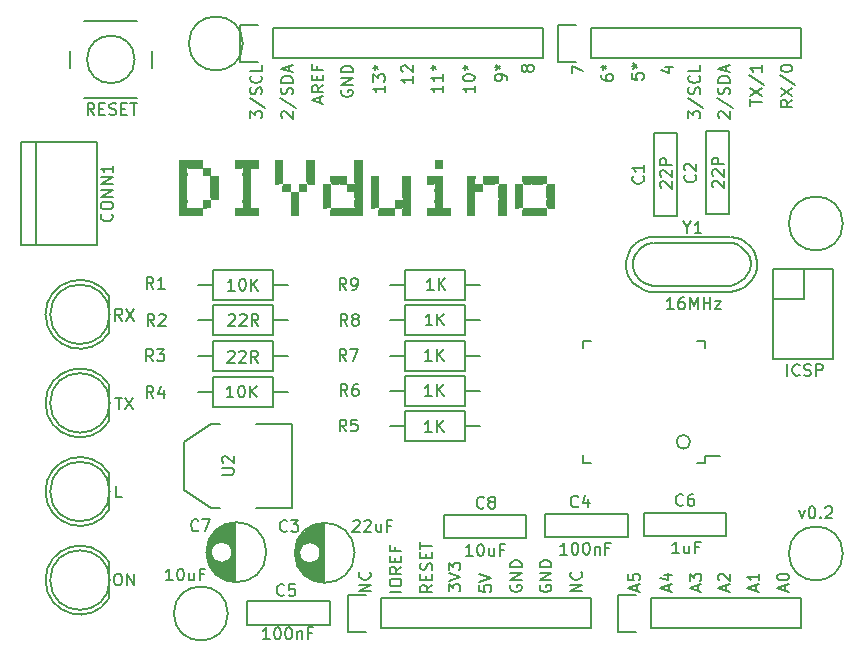
<source format=gbr>
G04 #@! TF.FileFunction,Legend,Top*
%FSLAX46Y46*%
G04 Gerber Fmt 4.6, Leading zero omitted, Abs format (unit mm)*
G04 Created by KiCad (PCBNEW 4.0.4+dfsg1-stable) date Sun Dec 25 20:03:28 2016*
%MOMM*%
%LPD*%
G01*
G04 APERTURE LIST*
%ADD10C,0.100000*%
%ADD11C,0.150000*%
%ADD12C,0.010000*%
G04 APERTURE END LIST*
D10*
D11*
X166390409Y-109296200D02*
G75*
G03X166390409Y-109296200I-579209J0D01*
G01*
X130786381Y-126004581D02*
X130214952Y-126004581D01*
X130500666Y-126004581D02*
X130500666Y-125004581D01*
X130405428Y-125147438D01*
X130310190Y-125242676D01*
X130214952Y-125290295D01*
X131405428Y-125004581D02*
X131500667Y-125004581D01*
X131595905Y-125052200D01*
X131643524Y-125099819D01*
X131691143Y-125195057D01*
X131738762Y-125385533D01*
X131738762Y-125623629D01*
X131691143Y-125814105D01*
X131643524Y-125909343D01*
X131595905Y-125956962D01*
X131500667Y-126004581D01*
X131405428Y-126004581D01*
X131310190Y-125956962D01*
X131262571Y-125909343D01*
X131214952Y-125814105D01*
X131167333Y-125623629D01*
X131167333Y-125385533D01*
X131214952Y-125195057D01*
X131262571Y-125099819D01*
X131310190Y-125052200D01*
X131405428Y-125004581D01*
X132357809Y-125004581D02*
X132453048Y-125004581D01*
X132548286Y-125052200D01*
X132595905Y-125099819D01*
X132643524Y-125195057D01*
X132691143Y-125385533D01*
X132691143Y-125623629D01*
X132643524Y-125814105D01*
X132595905Y-125909343D01*
X132548286Y-125956962D01*
X132453048Y-126004581D01*
X132357809Y-126004581D01*
X132262571Y-125956962D01*
X132214952Y-125909343D01*
X132167333Y-125814105D01*
X132119714Y-125623629D01*
X132119714Y-125385533D01*
X132167333Y-125195057D01*
X132214952Y-125099819D01*
X132262571Y-125052200D01*
X132357809Y-125004581D01*
X133119714Y-125337914D02*
X133119714Y-126004581D01*
X133119714Y-125433152D02*
X133167333Y-125385533D01*
X133262571Y-125337914D01*
X133405429Y-125337914D01*
X133500667Y-125385533D01*
X133548286Y-125480771D01*
X133548286Y-126004581D01*
X134357810Y-125480771D02*
X134024476Y-125480771D01*
X134024476Y-126004581D02*
X134024476Y-125004581D01*
X134500667Y-125004581D01*
X137853943Y-116006619D02*
X137901562Y-115959000D01*
X137996800Y-115911381D01*
X138234896Y-115911381D01*
X138330134Y-115959000D01*
X138377753Y-116006619D01*
X138425372Y-116101857D01*
X138425372Y-116197095D01*
X138377753Y-116339952D01*
X137806324Y-116911381D01*
X138425372Y-116911381D01*
X138806324Y-116006619D02*
X138853943Y-115959000D01*
X138949181Y-115911381D01*
X139187277Y-115911381D01*
X139282515Y-115959000D01*
X139330134Y-116006619D01*
X139377753Y-116101857D01*
X139377753Y-116197095D01*
X139330134Y-116339952D01*
X138758705Y-116911381D01*
X139377753Y-116911381D01*
X140234896Y-116244714D02*
X140234896Y-116911381D01*
X139806324Y-116244714D02*
X139806324Y-116768524D01*
X139853943Y-116863762D01*
X139949181Y-116911381D01*
X140092039Y-116911381D01*
X140187277Y-116863762D01*
X140234896Y-116816143D01*
X141044420Y-116387571D02*
X140711086Y-116387571D01*
X140711086Y-116911381D02*
X140711086Y-115911381D01*
X141187277Y-115911381D01*
X122575772Y-121026181D02*
X122004343Y-121026181D01*
X122290057Y-121026181D02*
X122290057Y-120026181D01*
X122194819Y-120169038D01*
X122099581Y-120264276D01*
X122004343Y-120311895D01*
X123194819Y-120026181D02*
X123290058Y-120026181D01*
X123385296Y-120073800D01*
X123432915Y-120121419D01*
X123480534Y-120216657D01*
X123528153Y-120407133D01*
X123528153Y-120645229D01*
X123480534Y-120835705D01*
X123432915Y-120930943D01*
X123385296Y-120978562D01*
X123290058Y-121026181D01*
X123194819Y-121026181D01*
X123099581Y-120978562D01*
X123051962Y-120930943D01*
X123004343Y-120835705D01*
X122956724Y-120645229D01*
X122956724Y-120407133D01*
X123004343Y-120216657D01*
X123051962Y-120121419D01*
X123099581Y-120073800D01*
X123194819Y-120026181D01*
X124385296Y-120359514D02*
X124385296Y-121026181D01*
X123956724Y-120359514D02*
X123956724Y-120883324D01*
X124004343Y-120978562D01*
X124099581Y-121026181D01*
X124242439Y-121026181D01*
X124337677Y-120978562D01*
X124385296Y-120930943D01*
X125194820Y-120502371D02*
X124861486Y-120502371D01*
X124861486Y-121026181D02*
X124861486Y-120026181D01*
X125337677Y-120026181D01*
X165469962Y-118740181D02*
X164898533Y-118740181D01*
X165184247Y-118740181D02*
X165184247Y-117740181D01*
X165089009Y-117883038D01*
X164993771Y-117978276D01*
X164898533Y-118025895D01*
X166327105Y-118073514D02*
X166327105Y-118740181D01*
X165898533Y-118073514D02*
X165898533Y-118597324D01*
X165946152Y-118692562D01*
X166041390Y-118740181D01*
X166184248Y-118740181D01*
X166279486Y-118692562D01*
X166327105Y-118644943D01*
X167136629Y-118216371D02*
X166803295Y-118216371D01*
X166803295Y-118740181D02*
X166803295Y-117740181D01*
X167279486Y-117740181D01*
X155983181Y-118841781D02*
X155411752Y-118841781D01*
X155697466Y-118841781D02*
X155697466Y-117841781D01*
X155602228Y-117984638D01*
X155506990Y-118079876D01*
X155411752Y-118127495D01*
X156602228Y-117841781D02*
X156697467Y-117841781D01*
X156792705Y-117889400D01*
X156840324Y-117937019D01*
X156887943Y-118032257D01*
X156935562Y-118222733D01*
X156935562Y-118460829D01*
X156887943Y-118651305D01*
X156840324Y-118746543D01*
X156792705Y-118794162D01*
X156697467Y-118841781D01*
X156602228Y-118841781D01*
X156506990Y-118794162D01*
X156459371Y-118746543D01*
X156411752Y-118651305D01*
X156364133Y-118460829D01*
X156364133Y-118222733D01*
X156411752Y-118032257D01*
X156459371Y-117937019D01*
X156506990Y-117889400D01*
X156602228Y-117841781D01*
X157554609Y-117841781D02*
X157649848Y-117841781D01*
X157745086Y-117889400D01*
X157792705Y-117937019D01*
X157840324Y-118032257D01*
X157887943Y-118222733D01*
X157887943Y-118460829D01*
X157840324Y-118651305D01*
X157792705Y-118746543D01*
X157745086Y-118794162D01*
X157649848Y-118841781D01*
X157554609Y-118841781D01*
X157459371Y-118794162D01*
X157411752Y-118746543D01*
X157364133Y-118651305D01*
X157316514Y-118460829D01*
X157316514Y-118222733D01*
X157364133Y-118032257D01*
X157411752Y-117937019D01*
X157459371Y-117889400D01*
X157554609Y-117841781D01*
X158316514Y-118175114D02*
X158316514Y-118841781D01*
X158316514Y-118270352D02*
X158364133Y-118222733D01*
X158459371Y-118175114D01*
X158602229Y-118175114D01*
X158697467Y-118222733D01*
X158745086Y-118317971D01*
X158745086Y-118841781D01*
X159554610Y-118317971D02*
X159221276Y-118317971D01*
X159221276Y-118841781D02*
X159221276Y-117841781D01*
X159697467Y-117841781D01*
X147975772Y-118943381D02*
X147404343Y-118943381D01*
X147690057Y-118943381D02*
X147690057Y-117943381D01*
X147594819Y-118086238D01*
X147499581Y-118181476D01*
X147404343Y-118229095D01*
X148594819Y-117943381D02*
X148690058Y-117943381D01*
X148785296Y-117991000D01*
X148832915Y-118038619D01*
X148880534Y-118133857D01*
X148928153Y-118324333D01*
X148928153Y-118562429D01*
X148880534Y-118752905D01*
X148832915Y-118848143D01*
X148785296Y-118895762D01*
X148690058Y-118943381D01*
X148594819Y-118943381D01*
X148499581Y-118895762D01*
X148451962Y-118848143D01*
X148404343Y-118752905D01*
X148356724Y-118562429D01*
X148356724Y-118324333D01*
X148404343Y-118133857D01*
X148451962Y-118038619D01*
X148499581Y-117991000D01*
X148594819Y-117943381D01*
X149785296Y-118276714D02*
X149785296Y-118943381D01*
X149356724Y-118276714D02*
X149356724Y-118800524D01*
X149404343Y-118895762D01*
X149499581Y-118943381D01*
X149642439Y-118943381D01*
X149737677Y-118895762D01*
X149785296Y-118848143D01*
X150594820Y-118419571D02*
X150261486Y-118419571D01*
X150261486Y-118943381D02*
X150261486Y-117943381D01*
X150737677Y-117943381D01*
X168356019Y-87748905D02*
X168308400Y-87701286D01*
X168260781Y-87606048D01*
X168260781Y-87367952D01*
X168308400Y-87272714D01*
X168356019Y-87225095D01*
X168451257Y-87177476D01*
X168546495Y-87177476D01*
X168689352Y-87225095D01*
X169260781Y-87796524D01*
X169260781Y-87177476D01*
X168356019Y-86796524D02*
X168308400Y-86748905D01*
X168260781Y-86653667D01*
X168260781Y-86415571D01*
X168308400Y-86320333D01*
X168356019Y-86272714D01*
X168451257Y-86225095D01*
X168546495Y-86225095D01*
X168689352Y-86272714D01*
X169260781Y-86844143D01*
X169260781Y-86225095D01*
X169260781Y-85796524D02*
X168260781Y-85796524D01*
X168260781Y-85415571D01*
X168308400Y-85320333D01*
X168356019Y-85272714D01*
X168451257Y-85225095D01*
X168594114Y-85225095D01*
X168689352Y-85272714D01*
X168736971Y-85320333D01*
X168784590Y-85415571D01*
X168784590Y-85796524D01*
X163936419Y-87799705D02*
X163888800Y-87752086D01*
X163841181Y-87656848D01*
X163841181Y-87418752D01*
X163888800Y-87323514D01*
X163936419Y-87275895D01*
X164031657Y-87228276D01*
X164126895Y-87228276D01*
X164269752Y-87275895D01*
X164841181Y-87847324D01*
X164841181Y-87228276D01*
X163936419Y-86847324D02*
X163888800Y-86799705D01*
X163841181Y-86704467D01*
X163841181Y-86466371D01*
X163888800Y-86371133D01*
X163936419Y-86323514D01*
X164031657Y-86275895D01*
X164126895Y-86275895D01*
X164269752Y-86323514D01*
X164841181Y-86894943D01*
X164841181Y-86275895D01*
X164841181Y-85847324D02*
X163841181Y-85847324D01*
X163841181Y-85466371D01*
X163888800Y-85371133D01*
X163936419Y-85323514D01*
X164031657Y-85275895D01*
X164174514Y-85275895D01*
X164269752Y-85323514D01*
X164317371Y-85371133D01*
X164364990Y-85466371D01*
X164364990Y-85847324D01*
X144514915Y-108478581D02*
X143943486Y-108478581D01*
X144229200Y-108478581D02*
X144229200Y-107478581D01*
X144133962Y-107621438D01*
X144038724Y-107716676D01*
X143943486Y-107764295D01*
X144943486Y-108478581D02*
X144943486Y-107478581D01*
X145514915Y-108478581D02*
X145086343Y-107907152D01*
X145514915Y-107478581D02*
X144943486Y-108050010D01*
X144514915Y-105430581D02*
X143943486Y-105430581D01*
X144229200Y-105430581D02*
X144229200Y-104430581D01*
X144133962Y-104573438D01*
X144038724Y-104668676D01*
X143943486Y-104716295D01*
X144943486Y-105430581D02*
X144943486Y-104430581D01*
X145514915Y-105430581D02*
X145086343Y-104859152D01*
X145514915Y-104430581D02*
X144943486Y-105002010D01*
X144514915Y-102433381D02*
X143943486Y-102433381D01*
X144229200Y-102433381D02*
X144229200Y-101433381D01*
X144133962Y-101576238D01*
X144038724Y-101671476D01*
X143943486Y-101719095D01*
X144943486Y-102433381D02*
X144943486Y-101433381D01*
X145514915Y-102433381D02*
X145086343Y-101861952D01*
X145514915Y-101433381D02*
X144943486Y-102004810D01*
X144565715Y-99436181D02*
X143994286Y-99436181D01*
X144280000Y-99436181D02*
X144280000Y-98436181D01*
X144184762Y-98579038D01*
X144089524Y-98674276D01*
X143994286Y-98721895D01*
X144994286Y-99436181D02*
X144994286Y-98436181D01*
X145565715Y-99436181D02*
X145137143Y-98864752D01*
X145565715Y-98436181D02*
X144994286Y-99007610D01*
X144667315Y-96438981D02*
X144095886Y-96438981D01*
X144381600Y-96438981D02*
X144381600Y-95438981D01*
X144286362Y-95581838D01*
X144191124Y-95677076D01*
X144095886Y-95724695D01*
X145095886Y-96438981D02*
X145095886Y-95438981D01*
X145667315Y-96438981D02*
X145238743Y-95867552D01*
X145667315Y-95438981D02*
X145095886Y-96010410D01*
X127731924Y-105532181D02*
X127160495Y-105532181D01*
X127446209Y-105532181D02*
X127446209Y-104532181D01*
X127350971Y-104675038D01*
X127255733Y-104770276D01*
X127160495Y-104817895D01*
X128350971Y-104532181D02*
X128446210Y-104532181D01*
X128541448Y-104579800D01*
X128589067Y-104627419D01*
X128636686Y-104722657D01*
X128684305Y-104913133D01*
X128684305Y-105151229D01*
X128636686Y-105341705D01*
X128589067Y-105436943D01*
X128541448Y-105484562D01*
X128446210Y-105532181D01*
X128350971Y-105532181D01*
X128255733Y-105484562D01*
X128208114Y-105436943D01*
X128160495Y-105341705D01*
X128112876Y-105151229D01*
X128112876Y-104913133D01*
X128160495Y-104722657D01*
X128208114Y-104627419D01*
X128255733Y-104579800D01*
X128350971Y-104532181D01*
X129112876Y-105532181D02*
X129112876Y-104532181D01*
X129684305Y-105532181D02*
X129255733Y-104960752D01*
X129684305Y-104532181D02*
X129112876Y-105103610D01*
X127262095Y-101681019D02*
X127309714Y-101633400D01*
X127404952Y-101585781D01*
X127643048Y-101585781D01*
X127738286Y-101633400D01*
X127785905Y-101681019D01*
X127833524Y-101776257D01*
X127833524Y-101871495D01*
X127785905Y-102014352D01*
X127214476Y-102585781D01*
X127833524Y-102585781D01*
X128214476Y-101681019D02*
X128262095Y-101633400D01*
X128357333Y-101585781D01*
X128595429Y-101585781D01*
X128690667Y-101633400D01*
X128738286Y-101681019D01*
X128785905Y-101776257D01*
X128785905Y-101871495D01*
X128738286Y-102014352D01*
X128166857Y-102585781D01*
X128785905Y-102585781D01*
X129785905Y-102585781D02*
X129452571Y-102109590D01*
X129214476Y-102585781D02*
X129214476Y-101585781D01*
X129595429Y-101585781D01*
X129690667Y-101633400D01*
X129738286Y-101681019D01*
X129785905Y-101776257D01*
X129785905Y-101919114D01*
X129738286Y-102014352D01*
X129690667Y-102061971D01*
X129595429Y-102109590D01*
X129214476Y-102109590D01*
X127312895Y-98582219D02*
X127360514Y-98534600D01*
X127455752Y-98486981D01*
X127693848Y-98486981D01*
X127789086Y-98534600D01*
X127836705Y-98582219D01*
X127884324Y-98677457D01*
X127884324Y-98772695D01*
X127836705Y-98915552D01*
X127265276Y-99486981D01*
X127884324Y-99486981D01*
X128265276Y-98582219D02*
X128312895Y-98534600D01*
X128408133Y-98486981D01*
X128646229Y-98486981D01*
X128741467Y-98534600D01*
X128789086Y-98582219D01*
X128836705Y-98677457D01*
X128836705Y-98772695D01*
X128789086Y-98915552D01*
X128217657Y-99486981D01*
X128836705Y-99486981D01*
X129836705Y-99486981D02*
X129503371Y-99010790D01*
X129265276Y-99486981D02*
X129265276Y-98486981D01*
X129646229Y-98486981D01*
X129741467Y-98534600D01*
X129789086Y-98582219D01*
X129836705Y-98677457D01*
X129836705Y-98820314D01*
X129789086Y-98915552D01*
X129741467Y-98963171D01*
X129646229Y-99010790D01*
X129265276Y-99010790D01*
X127833524Y-96489781D02*
X127262095Y-96489781D01*
X127547809Y-96489781D02*
X127547809Y-95489781D01*
X127452571Y-95632638D01*
X127357333Y-95727876D01*
X127262095Y-95775495D01*
X128452571Y-95489781D02*
X128547810Y-95489781D01*
X128643048Y-95537400D01*
X128690667Y-95585019D01*
X128738286Y-95680257D01*
X128785905Y-95870733D01*
X128785905Y-96108829D01*
X128738286Y-96299305D01*
X128690667Y-96394543D01*
X128643048Y-96442162D01*
X128547810Y-96489781D01*
X128452571Y-96489781D01*
X128357333Y-96442162D01*
X128309714Y-96394543D01*
X128262095Y-96299305D01*
X128214476Y-96108829D01*
X128214476Y-95870733D01*
X128262095Y-95680257D01*
X128309714Y-95585019D01*
X128357333Y-95537400D01*
X128452571Y-95489781D01*
X129214476Y-96489781D02*
X129214476Y-95489781D01*
X129785905Y-96489781D02*
X129357333Y-95918352D01*
X129785905Y-95489781D02*
X129214476Y-96061210D01*
X175609429Y-115101714D02*
X175847524Y-115768381D01*
X176085620Y-115101714D01*
X176657048Y-114768381D02*
X176752287Y-114768381D01*
X176847525Y-114816000D01*
X176895144Y-114863619D01*
X176942763Y-114958857D01*
X176990382Y-115149333D01*
X176990382Y-115387429D01*
X176942763Y-115577905D01*
X176895144Y-115673143D01*
X176847525Y-115720762D01*
X176752287Y-115768381D01*
X176657048Y-115768381D01*
X176561810Y-115720762D01*
X176514191Y-115673143D01*
X176466572Y-115577905D01*
X176418953Y-115387429D01*
X176418953Y-115149333D01*
X176466572Y-114958857D01*
X176514191Y-114863619D01*
X176561810Y-114816000D01*
X176657048Y-114768381D01*
X177418953Y-115673143D02*
X177466572Y-115720762D01*
X177418953Y-115768381D01*
X177371334Y-115720762D01*
X177418953Y-115673143D01*
X177418953Y-115768381D01*
X177847524Y-114863619D02*
X177895143Y-114816000D01*
X177990381Y-114768381D01*
X178228477Y-114768381D01*
X178323715Y-114816000D01*
X178371334Y-114863619D01*
X178418953Y-114958857D01*
X178418953Y-115054095D01*
X178371334Y-115196952D01*
X177799905Y-115768381D01*
X178418953Y-115768381D01*
X157250381Y-121950714D02*
X156250381Y-121950714D01*
X157250381Y-121379285D01*
X156250381Y-121379285D01*
X157155143Y-120331666D02*
X157202762Y-120379285D01*
X157250381Y-120522142D01*
X157250381Y-120617380D01*
X157202762Y-120760238D01*
X157107524Y-120855476D01*
X157012286Y-120903095D01*
X156821810Y-120950714D01*
X156678952Y-120950714D01*
X156488476Y-120903095D01*
X156393238Y-120855476D01*
X156298000Y-120760238D01*
X156250381Y-120617380D01*
X156250381Y-120522142D01*
X156298000Y-120379285D01*
X156345619Y-120331666D01*
X144550381Y-121417381D02*
X144074190Y-121750715D01*
X144550381Y-121988810D02*
X143550381Y-121988810D01*
X143550381Y-121607857D01*
X143598000Y-121512619D01*
X143645619Y-121465000D01*
X143740857Y-121417381D01*
X143883714Y-121417381D01*
X143978952Y-121465000D01*
X144026571Y-121512619D01*
X144074190Y-121607857D01*
X144074190Y-121988810D01*
X144026571Y-120988810D02*
X144026571Y-120655476D01*
X144550381Y-120512619D02*
X144550381Y-120988810D01*
X143550381Y-120988810D01*
X143550381Y-120512619D01*
X144502762Y-120131667D02*
X144550381Y-119988810D01*
X144550381Y-119750714D01*
X144502762Y-119655476D01*
X144455143Y-119607857D01*
X144359905Y-119560238D01*
X144264667Y-119560238D01*
X144169429Y-119607857D01*
X144121810Y-119655476D01*
X144074190Y-119750714D01*
X144026571Y-119941191D01*
X143978952Y-120036429D01*
X143931333Y-120084048D01*
X143836095Y-120131667D01*
X143740857Y-120131667D01*
X143645619Y-120084048D01*
X143598000Y-120036429D01*
X143550381Y-119941191D01*
X143550381Y-119703095D01*
X143598000Y-119560238D01*
X144026571Y-119131667D02*
X144026571Y-118798333D01*
X144550381Y-118655476D02*
X144550381Y-119131667D01*
X143550381Y-119131667D01*
X143550381Y-118655476D01*
X143550381Y-118369762D02*
X143550381Y-117798333D01*
X144550381Y-118084048D02*
X143550381Y-118084048D01*
X141950381Y-121969762D02*
X140950381Y-121969762D01*
X140950381Y-121303096D02*
X140950381Y-121112619D01*
X140998000Y-121017381D01*
X141093238Y-120922143D01*
X141283714Y-120874524D01*
X141617048Y-120874524D01*
X141807524Y-120922143D01*
X141902762Y-121017381D01*
X141950381Y-121112619D01*
X141950381Y-121303096D01*
X141902762Y-121398334D01*
X141807524Y-121493572D01*
X141617048Y-121541191D01*
X141283714Y-121541191D01*
X141093238Y-121493572D01*
X140998000Y-121398334D01*
X140950381Y-121303096D01*
X141950381Y-119874524D02*
X141474190Y-120207858D01*
X141950381Y-120445953D02*
X140950381Y-120445953D01*
X140950381Y-120065000D01*
X140998000Y-119969762D01*
X141045619Y-119922143D01*
X141140857Y-119874524D01*
X141283714Y-119874524D01*
X141378952Y-119922143D01*
X141426571Y-119969762D01*
X141474190Y-120065000D01*
X141474190Y-120445953D01*
X141426571Y-119445953D02*
X141426571Y-119112619D01*
X141950381Y-118969762D02*
X141950381Y-119445953D01*
X140950381Y-119445953D01*
X140950381Y-118969762D01*
X141426571Y-118207857D02*
X141426571Y-118541191D01*
X141950381Y-118541191D02*
X140950381Y-118541191D01*
X140950381Y-118065000D01*
X145950381Y-121953095D02*
X145950381Y-121334047D01*
X146331333Y-121667381D01*
X146331333Y-121524523D01*
X146378952Y-121429285D01*
X146426571Y-121381666D01*
X146521810Y-121334047D01*
X146759905Y-121334047D01*
X146855143Y-121381666D01*
X146902762Y-121429285D01*
X146950381Y-121524523D01*
X146950381Y-121810238D01*
X146902762Y-121905476D01*
X146855143Y-121953095D01*
X145950381Y-121048333D02*
X146950381Y-120715000D01*
X145950381Y-120381666D01*
X145950381Y-120143571D02*
X145950381Y-119524523D01*
X146331333Y-119857857D01*
X146331333Y-119714999D01*
X146378952Y-119619761D01*
X146426571Y-119572142D01*
X146521810Y-119524523D01*
X146759905Y-119524523D01*
X146855143Y-119572142D01*
X146902762Y-119619761D01*
X146950381Y-119714999D01*
X146950381Y-120000714D01*
X146902762Y-120095952D01*
X146855143Y-120143571D01*
X139350381Y-121950714D02*
X138350381Y-121950714D01*
X139350381Y-121379285D01*
X138350381Y-121379285D01*
X139255143Y-120331666D02*
X139302762Y-120379285D01*
X139350381Y-120522142D01*
X139350381Y-120617380D01*
X139302762Y-120760238D01*
X139207524Y-120855476D01*
X139112286Y-120903095D01*
X138921810Y-120950714D01*
X138778952Y-120950714D01*
X138588476Y-120903095D01*
X138493238Y-120855476D01*
X138398000Y-120760238D01*
X138350381Y-120617380D01*
X138350381Y-120522142D01*
X138398000Y-120379285D01*
X138445619Y-120331666D01*
X148550381Y-121455476D02*
X148550381Y-121931667D01*
X149026571Y-121979286D01*
X148978952Y-121931667D01*
X148931333Y-121836429D01*
X148931333Y-121598333D01*
X148978952Y-121503095D01*
X149026571Y-121455476D01*
X149121810Y-121407857D01*
X149359905Y-121407857D01*
X149455143Y-121455476D01*
X149502762Y-121503095D01*
X149550381Y-121598333D01*
X149550381Y-121836429D01*
X149502762Y-121931667D01*
X149455143Y-121979286D01*
X148550381Y-121122143D02*
X149550381Y-120788810D01*
X148550381Y-120455476D01*
X151198000Y-121426904D02*
X151150381Y-121522142D01*
X151150381Y-121664999D01*
X151198000Y-121807857D01*
X151293238Y-121903095D01*
X151388476Y-121950714D01*
X151578952Y-121998333D01*
X151721810Y-121998333D01*
X151912286Y-121950714D01*
X152007524Y-121903095D01*
X152102762Y-121807857D01*
X152150381Y-121664999D01*
X152150381Y-121569761D01*
X152102762Y-121426904D01*
X152055143Y-121379285D01*
X151721810Y-121379285D01*
X151721810Y-121569761D01*
X152150381Y-120950714D02*
X151150381Y-120950714D01*
X152150381Y-120379285D01*
X151150381Y-120379285D01*
X152150381Y-119903095D02*
X151150381Y-119903095D01*
X151150381Y-119665000D01*
X151198000Y-119522142D01*
X151293238Y-119426904D01*
X151388476Y-119379285D01*
X151578952Y-119331666D01*
X151721810Y-119331666D01*
X151912286Y-119379285D01*
X152007524Y-119426904D01*
X152102762Y-119522142D01*
X152150381Y-119665000D01*
X152150381Y-119903095D01*
X153698000Y-121426904D02*
X153650381Y-121522142D01*
X153650381Y-121664999D01*
X153698000Y-121807857D01*
X153793238Y-121903095D01*
X153888476Y-121950714D01*
X154078952Y-121998333D01*
X154221810Y-121998333D01*
X154412286Y-121950714D01*
X154507524Y-121903095D01*
X154602762Y-121807857D01*
X154650381Y-121664999D01*
X154650381Y-121569761D01*
X154602762Y-121426904D01*
X154555143Y-121379285D01*
X154221810Y-121379285D01*
X154221810Y-121569761D01*
X154650381Y-120950714D02*
X153650381Y-120950714D01*
X154650381Y-120379285D01*
X153650381Y-120379285D01*
X154650381Y-119903095D02*
X153650381Y-119903095D01*
X153650381Y-119665000D01*
X153698000Y-119522142D01*
X153793238Y-119426904D01*
X153888476Y-119379285D01*
X154078952Y-119331666D01*
X154221810Y-119331666D01*
X154412286Y-119379285D01*
X154507524Y-119426904D01*
X154602762Y-119522142D01*
X154650381Y-119665000D01*
X154650381Y-119903095D01*
X161864667Y-121879286D02*
X161864667Y-121403095D01*
X162150381Y-121974524D02*
X161150381Y-121641191D01*
X162150381Y-121307857D01*
X161150381Y-120498333D02*
X161150381Y-120974524D01*
X161626571Y-121022143D01*
X161578952Y-120974524D01*
X161531333Y-120879286D01*
X161531333Y-120641190D01*
X161578952Y-120545952D01*
X161626571Y-120498333D01*
X161721810Y-120450714D01*
X161959905Y-120450714D01*
X162055143Y-120498333D01*
X162102762Y-120545952D01*
X162150381Y-120641190D01*
X162150381Y-120879286D01*
X162102762Y-120974524D01*
X162055143Y-121022143D01*
X164564667Y-121879286D02*
X164564667Y-121403095D01*
X164850381Y-121974524D02*
X163850381Y-121641191D01*
X164850381Y-121307857D01*
X164183714Y-120545952D02*
X164850381Y-120545952D01*
X163802762Y-120784048D02*
X164517048Y-121022143D01*
X164517048Y-120403095D01*
X167064667Y-121879286D02*
X167064667Y-121403095D01*
X167350381Y-121974524D02*
X166350381Y-121641191D01*
X167350381Y-121307857D01*
X166350381Y-121069762D02*
X166350381Y-120450714D01*
X166731333Y-120784048D01*
X166731333Y-120641190D01*
X166778952Y-120545952D01*
X166826571Y-120498333D01*
X166921810Y-120450714D01*
X167159905Y-120450714D01*
X167255143Y-120498333D01*
X167302762Y-120545952D01*
X167350381Y-120641190D01*
X167350381Y-120926905D01*
X167302762Y-121022143D01*
X167255143Y-121069762D01*
X169464667Y-121879286D02*
X169464667Y-121403095D01*
X169750381Y-121974524D02*
X168750381Y-121641191D01*
X169750381Y-121307857D01*
X168845619Y-121022143D02*
X168798000Y-120974524D01*
X168750381Y-120879286D01*
X168750381Y-120641190D01*
X168798000Y-120545952D01*
X168845619Y-120498333D01*
X168940857Y-120450714D01*
X169036095Y-120450714D01*
X169178952Y-120498333D01*
X169750381Y-121069762D01*
X169750381Y-120450714D01*
X171964667Y-121879286D02*
X171964667Y-121403095D01*
X172250381Y-121974524D02*
X171250381Y-121641191D01*
X172250381Y-121307857D01*
X172250381Y-120450714D02*
X172250381Y-121022143D01*
X172250381Y-120736429D02*
X171250381Y-120736429D01*
X171393238Y-120831667D01*
X171488476Y-120926905D01*
X171536095Y-121022143D01*
X174464667Y-121879286D02*
X174464667Y-121403095D01*
X174750381Y-121974524D02*
X173750381Y-121641191D01*
X174750381Y-121307857D01*
X173750381Y-120784048D02*
X173750381Y-120688809D01*
X173798000Y-120593571D01*
X173845619Y-120545952D01*
X173940857Y-120498333D01*
X174131333Y-120450714D01*
X174369429Y-120450714D01*
X174559905Y-120498333D01*
X174655143Y-120545952D01*
X174702762Y-120593571D01*
X174750381Y-120688809D01*
X174750381Y-120784048D01*
X174702762Y-120879286D01*
X174655143Y-120926905D01*
X174559905Y-120974524D01*
X174369429Y-121022143D01*
X174131333Y-121022143D01*
X173940857Y-120974524D01*
X173845619Y-120926905D01*
X173798000Y-120879286D01*
X173750381Y-120784048D01*
X129150381Y-81903095D02*
X129150381Y-81284047D01*
X129531333Y-81617381D01*
X129531333Y-81474523D01*
X129578952Y-81379285D01*
X129626571Y-81331666D01*
X129721810Y-81284047D01*
X129959905Y-81284047D01*
X130055143Y-81331666D01*
X130102762Y-81379285D01*
X130150381Y-81474523D01*
X130150381Y-81760238D01*
X130102762Y-81855476D01*
X130055143Y-81903095D01*
X129102762Y-80141190D02*
X130388476Y-80998333D01*
X130102762Y-79855476D02*
X130150381Y-79712619D01*
X130150381Y-79474523D01*
X130102762Y-79379285D01*
X130055143Y-79331666D01*
X129959905Y-79284047D01*
X129864667Y-79284047D01*
X129769429Y-79331666D01*
X129721810Y-79379285D01*
X129674190Y-79474523D01*
X129626571Y-79665000D01*
X129578952Y-79760238D01*
X129531333Y-79807857D01*
X129436095Y-79855476D01*
X129340857Y-79855476D01*
X129245619Y-79807857D01*
X129198000Y-79760238D01*
X129150381Y-79665000D01*
X129150381Y-79426904D01*
X129198000Y-79284047D01*
X130055143Y-78284047D02*
X130102762Y-78331666D01*
X130150381Y-78474523D01*
X130150381Y-78569761D01*
X130102762Y-78712619D01*
X130007524Y-78807857D01*
X129912286Y-78855476D01*
X129721810Y-78903095D01*
X129578952Y-78903095D01*
X129388476Y-78855476D01*
X129293238Y-78807857D01*
X129198000Y-78712619D01*
X129150381Y-78569761D01*
X129150381Y-78474523D01*
X129198000Y-78331666D01*
X129245619Y-78284047D01*
X130150381Y-77379285D02*
X130150381Y-77855476D01*
X129150381Y-77855476D01*
X131845619Y-81879286D02*
X131798000Y-81831667D01*
X131750381Y-81736429D01*
X131750381Y-81498333D01*
X131798000Y-81403095D01*
X131845619Y-81355476D01*
X131940857Y-81307857D01*
X132036095Y-81307857D01*
X132178952Y-81355476D01*
X132750381Y-81926905D01*
X132750381Y-81307857D01*
X131702762Y-80165000D02*
X132988476Y-81022143D01*
X132702762Y-79879286D02*
X132750381Y-79736429D01*
X132750381Y-79498333D01*
X132702762Y-79403095D01*
X132655143Y-79355476D01*
X132559905Y-79307857D01*
X132464667Y-79307857D01*
X132369429Y-79355476D01*
X132321810Y-79403095D01*
X132274190Y-79498333D01*
X132226571Y-79688810D01*
X132178952Y-79784048D01*
X132131333Y-79831667D01*
X132036095Y-79879286D01*
X131940857Y-79879286D01*
X131845619Y-79831667D01*
X131798000Y-79784048D01*
X131750381Y-79688810D01*
X131750381Y-79450714D01*
X131798000Y-79307857D01*
X132750381Y-78879286D02*
X131750381Y-78879286D01*
X131750381Y-78641191D01*
X131798000Y-78498333D01*
X131893238Y-78403095D01*
X131988476Y-78355476D01*
X132178952Y-78307857D01*
X132321810Y-78307857D01*
X132512286Y-78355476D01*
X132607524Y-78403095D01*
X132702762Y-78498333D01*
X132750381Y-78641191D01*
X132750381Y-78879286D01*
X132464667Y-77926905D02*
X132464667Y-77450714D01*
X132750381Y-78022143D02*
X131750381Y-77688810D01*
X132750381Y-77355476D01*
X135064667Y-80584048D02*
X135064667Y-80107857D01*
X135350381Y-80679286D02*
X134350381Y-80345953D01*
X135350381Y-80012619D01*
X135350381Y-79107857D02*
X134874190Y-79441191D01*
X135350381Y-79679286D02*
X134350381Y-79679286D01*
X134350381Y-79298333D01*
X134398000Y-79203095D01*
X134445619Y-79155476D01*
X134540857Y-79107857D01*
X134683714Y-79107857D01*
X134778952Y-79155476D01*
X134826571Y-79203095D01*
X134874190Y-79298333D01*
X134874190Y-79679286D01*
X134826571Y-78679286D02*
X134826571Y-78345952D01*
X135350381Y-78203095D02*
X135350381Y-78679286D01*
X134350381Y-78679286D01*
X134350381Y-78203095D01*
X134826571Y-77441190D02*
X134826571Y-77774524D01*
X135350381Y-77774524D02*
X134350381Y-77774524D01*
X134350381Y-77298333D01*
X136898000Y-79526904D02*
X136850381Y-79622142D01*
X136850381Y-79764999D01*
X136898000Y-79907857D01*
X136993238Y-80003095D01*
X137088476Y-80050714D01*
X137278952Y-80098333D01*
X137421810Y-80098333D01*
X137612286Y-80050714D01*
X137707524Y-80003095D01*
X137802762Y-79907857D01*
X137850381Y-79764999D01*
X137850381Y-79669761D01*
X137802762Y-79526904D01*
X137755143Y-79479285D01*
X137421810Y-79479285D01*
X137421810Y-79669761D01*
X137850381Y-79050714D02*
X136850381Y-79050714D01*
X137850381Y-78479285D01*
X136850381Y-78479285D01*
X137850381Y-78003095D02*
X136850381Y-78003095D01*
X136850381Y-77765000D01*
X136898000Y-77622142D01*
X136993238Y-77526904D01*
X137088476Y-77479285D01*
X137278952Y-77431666D01*
X137421810Y-77431666D01*
X137612286Y-77479285D01*
X137707524Y-77526904D01*
X137802762Y-77622142D01*
X137850381Y-77765000D01*
X137850381Y-78003095D01*
X140550381Y-79136428D02*
X140550381Y-79707857D01*
X140550381Y-79422143D02*
X139550381Y-79422143D01*
X139693238Y-79517381D01*
X139788476Y-79612619D01*
X139836095Y-79707857D01*
X139550381Y-78803095D02*
X139550381Y-78184047D01*
X139931333Y-78517381D01*
X139931333Y-78374523D01*
X139978952Y-78279285D01*
X140026571Y-78231666D01*
X140121810Y-78184047D01*
X140359905Y-78184047D01*
X140455143Y-78231666D01*
X140502762Y-78279285D01*
X140550381Y-78374523D01*
X140550381Y-78660238D01*
X140502762Y-78755476D01*
X140455143Y-78803095D01*
X139550381Y-77612619D02*
X139788476Y-77612619D01*
X139693238Y-77850714D02*
X139788476Y-77612619D01*
X139693238Y-77374523D01*
X139978952Y-77755476D02*
X139788476Y-77612619D01*
X139978952Y-77469761D01*
X142950381Y-78355476D02*
X142950381Y-78926905D01*
X142950381Y-78641191D02*
X141950381Y-78641191D01*
X142093238Y-78736429D01*
X142188476Y-78831667D01*
X142236095Y-78926905D01*
X142045619Y-77974524D02*
X141998000Y-77926905D01*
X141950381Y-77831667D01*
X141950381Y-77593571D01*
X141998000Y-77498333D01*
X142045619Y-77450714D01*
X142140857Y-77403095D01*
X142236095Y-77403095D01*
X142378952Y-77450714D01*
X142950381Y-78022143D01*
X142950381Y-77403095D01*
X145450381Y-79136428D02*
X145450381Y-79707857D01*
X145450381Y-79422143D02*
X144450381Y-79422143D01*
X144593238Y-79517381D01*
X144688476Y-79612619D01*
X144736095Y-79707857D01*
X145450381Y-78184047D02*
X145450381Y-78755476D01*
X145450381Y-78469762D02*
X144450381Y-78469762D01*
X144593238Y-78565000D01*
X144688476Y-78660238D01*
X144736095Y-78755476D01*
X144450381Y-77612619D02*
X144688476Y-77612619D01*
X144593238Y-77850714D02*
X144688476Y-77612619D01*
X144593238Y-77374523D01*
X144878952Y-77755476D02*
X144688476Y-77612619D01*
X144878952Y-77469761D01*
X148150381Y-79136428D02*
X148150381Y-79707857D01*
X148150381Y-79422143D02*
X147150381Y-79422143D01*
X147293238Y-79517381D01*
X147388476Y-79612619D01*
X147436095Y-79707857D01*
X147150381Y-78517381D02*
X147150381Y-78422142D01*
X147198000Y-78326904D01*
X147245619Y-78279285D01*
X147340857Y-78231666D01*
X147531333Y-78184047D01*
X147769429Y-78184047D01*
X147959905Y-78231666D01*
X148055143Y-78279285D01*
X148102762Y-78326904D01*
X148150381Y-78422142D01*
X148150381Y-78517381D01*
X148102762Y-78612619D01*
X148055143Y-78660238D01*
X147959905Y-78707857D01*
X147769429Y-78755476D01*
X147531333Y-78755476D01*
X147340857Y-78707857D01*
X147245619Y-78660238D01*
X147198000Y-78612619D01*
X147150381Y-78517381D01*
X147150381Y-77612619D02*
X147388476Y-77612619D01*
X147293238Y-77850714D02*
X147388476Y-77612619D01*
X147293238Y-77374523D01*
X147578952Y-77755476D02*
X147388476Y-77612619D01*
X147578952Y-77469761D01*
X150850381Y-78636429D02*
X150850381Y-78445953D01*
X150802762Y-78350714D01*
X150755143Y-78303095D01*
X150612286Y-78207857D01*
X150421810Y-78160238D01*
X150040857Y-78160238D01*
X149945619Y-78207857D01*
X149898000Y-78255476D01*
X149850381Y-78350714D01*
X149850381Y-78541191D01*
X149898000Y-78636429D01*
X149945619Y-78684048D01*
X150040857Y-78731667D01*
X150278952Y-78731667D01*
X150374190Y-78684048D01*
X150421810Y-78636429D01*
X150469429Y-78541191D01*
X150469429Y-78350714D01*
X150421810Y-78255476D01*
X150374190Y-78207857D01*
X150278952Y-78160238D01*
X149850381Y-77588810D02*
X150088476Y-77588810D01*
X149993238Y-77826905D02*
X150088476Y-77588810D01*
X149993238Y-77350714D01*
X150278952Y-77731667D02*
X150088476Y-77588810D01*
X150278952Y-77445952D01*
X152578952Y-77760238D02*
X152531333Y-77855476D01*
X152483714Y-77903095D01*
X152388476Y-77950714D01*
X152340857Y-77950714D01*
X152245619Y-77903095D01*
X152198000Y-77855476D01*
X152150381Y-77760238D01*
X152150381Y-77569761D01*
X152198000Y-77474523D01*
X152245619Y-77426904D01*
X152340857Y-77379285D01*
X152388476Y-77379285D01*
X152483714Y-77426904D01*
X152531333Y-77474523D01*
X152578952Y-77569761D01*
X152578952Y-77760238D01*
X152626571Y-77855476D01*
X152674190Y-77903095D01*
X152769429Y-77950714D01*
X152959905Y-77950714D01*
X153055143Y-77903095D01*
X153102762Y-77855476D01*
X153150381Y-77760238D01*
X153150381Y-77569761D01*
X153102762Y-77474523D01*
X153055143Y-77426904D01*
X152959905Y-77379285D01*
X152769429Y-77379285D01*
X152674190Y-77426904D01*
X152626571Y-77474523D01*
X152578952Y-77569761D01*
X156350381Y-78098333D02*
X156350381Y-77431666D01*
X157350381Y-77860238D01*
X158850381Y-78255476D02*
X158850381Y-78445953D01*
X158898000Y-78541191D01*
X158945619Y-78588810D01*
X159088476Y-78684048D01*
X159278952Y-78731667D01*
X159659905Y-78731667D01*
X159755143Y-78684048D01*
X159802762Y-78636429D01*
X159850381Y-78541191D01*
X159850381Y-78350714D01*
X159802762Y-78255476D01*
X159755143Y-78207857D01*
X159659905Y-78160238D01*
X159421810Y-78160238D01*
X159326571Y-78207857D01*
X159278952Y-78255476D01*
X159231333Y-78350714D01*
X159231333Y-78541191D01*
X159278952Y-78636429D01*
X159326571Y-78684048D01*
X159421810Y-78731667D01*
X158850381Y-77588810D02*
X159088476Y-77588810D01*
X158993238Y-77826905D02*
X159088476Y-77588810D01*
X158993238Y-77350714D01*
X159278952Y-77731667D02*
X159088476Y-77588810D01*
X159278952Y-77445952D01*
X161450381Y-78107857D02*
X161450381Y-78584048D01*
X161926571Y-78631667D01*
X161878952Y-78584048D01*
X161831333Y-78488810D01*
X161831333Y-78250714D01*
X161878952Y-78155476D01*
X161926571Y-78107857D01*
X162021810Y-78060238D01*
X162259905Y-78060238D01*
X162355143Y-78107857D01*
X162402762Y-78155476D01*
X162450381Y-78250714D01*
X162450381Y-78488810D01*
X162402762Y-78584048D01*
X162355143Y-78631667D01*
X161450381Y-77488810D02*
X161688476Y-77488810D01*
X161593238Y-77726905D02*
X161688476Y-77488810D01*
X161593238Y-77250714D01*
X161878952Y-77631667D02*
X161688476Y-77488810D01*
X161878952Y-77345952D01*
X164283714Y-77574523D02*
X164950381Y-77574523D01*
X163902762Y-77812619D02*
X164617048Y-78050714D01*
X164617048Y-77431666D01*
X166250381Y-81903095D02*
X166250381Y-81284047D01*
X166631333Y-81617381D01*
X166631333Y-81474523D01*
X166678952Y-81379285D01*
X166726571Y-81331666D01*
X166821810Y-81284047D01*
X167059905Y-81284047D01*
X167155143Y-81331666D01*
X167202762Y-81379285D01*
X167250381Y-81474523D01*
X167250381Y-81760238D01*
X167202762Y-81855476D01*
X167155143Y-81903095D01*
X166202762Y-80141190D02*
X167488476Y-80998333D01*
X167202762Y-79855476D02*
X167250381Y-79712619D01*
X167250381Y-79474523D01*
X167202762Y-79379285D01*
X167155143Y-79331666D01*
X167059905Y-79284047D01*
X166964667Y-79284047D01*
X166869429Y-79331666D01*
X166821810Y-79379285D01*
X166774190Y-79474523D01*
X166726571Y-79665000D01*
X166678952Y-79760238D01*
X166631333Y-79807857D01*
X166536095Y-79855476D01*
X166440857Y-79855476D01*
X166345619Y-79807857D01*
X166298000Y-79760238D01*
X166250381Y-79665000D01*
X166250381Y-79426904D01*
X166298000Y-79284047D01*
X167155143Y-78284047D02*
X167202762Y-78331666D01*
X167250381Y-78474523D01*
X167250381Y-78569761D01*
X167202762Y-78712619D01*
X167107524Y-78807857D01*
X167012286Y-78855476D01*
X166821810Y-78903095D01*
X166678952Y-78903095D01*
X166488476Y-78855476D01*
X166393238Y-78807857D01*
X166298000Y-78712619D01*
X166250381Y-78569761D01*
X166250381Y-78474523D01*
X166298000Y-78331666D01*
X166345619Y-78284047D01*
X167250381Y-77379285D02*
X167250381Y-77855476D01*
X166250381Y-77855476D01*
X168845619Y-81879286D02*
X168798000Y-81831667D01*
X168750381Y-81736429D01*
X168750381Y-81498333D01*
X168798000Y-81403095D01*
X168845619Y-81355476D01*
X168940857Y-81307857D01*
X169036095Y-81307857D01*
X169178952Y-81355476D01*
X169750381Y-81926905D01*
X169750381Y-81307857D01*
X168702762Y-80165000D02*
X169988476Y-81022143D01*
X169702762Y-79879286D02*
X169750381Y-79736429D01*
X169750381Y-79498333D01*
X169702762Y-79403095D01*
X169655143Y-79355476D01*
X169559905Y-79307857D01*
X169464667Y-79307857D01*
X169369429Y-79355476D01*
X169321810Y-79403095D01*
X169274190Y-79498333D01*
X169226571Y-79688810D01*
X169178952Y-79784048D01*
X169131333Y-79831667D01*
X169036095Y-79879286D01*
X168940857Y-79879286D01*
X168845619Y-79831667D01*
X168798000Y-79784048D01*
X168750381Y-79688810D01*
X168750381Y-79450714D01*
X168798000Y-79307857D01*
X169750381Y-78879286D02*
X168750381Y-78879286D01*
X168750381Y-78641191D01*
X168798000Y-78498333D01*
X168893238Y-78403095D01*
X168988476Y-78355476D01*
X169178952Y-78307857D01*
X169321810Y-78307857D01*
X169512286Y-78355476D01*
X169607524Y-78403095D01*
X169702762Y-78498333D01*
X169750381Y-78641191D01*
X169750381Y-78879286D01*
X169464667Y-77926905D02*
X169464667Y-77450714D01*
X169750381Y-78022143D02*
X168750381Y-77688810D01*
X169750381Y-77355476D01*
X171450381Y-80826905D02*
X171450381Y-80255476D01*
X172450381Y-80541191D02*
X171450381Y-80541191D01*
X171450381Y-80017381D02*
X172450381Y-79350714D01*
X171450381Y-79350714D02*
X172450381Y-80017381D01*
X171402762Y-78255476D02*
X172688476Y-79112619D01*
X172450381Y-77398333D02*
X172450381Y-77969762D01*
X172450381Y-77684048D02*
X171450381Y-77684048D01*
X171593238Y-77779286D01*
X171688476Y-77874524D01*
X171736095Y-77969762D01*
X175050381Y-80331666D02*
X174574190Y-80665000D01*
X175050381Y-80903095D02*
X174050381Y-80903095D01*
X174050381Y-80522142D01*
X174098000Y-80426904D01*
X174145619Y-80379285D01*
X174240857Y-80331666D01*
X174383714Y-80331666D01*
X174478952Y-80379285D01*
X174526571Y-80426904D01*
X174574190Y-80522142D01*
X174574190Y-80903095D01*
X174050381Y-79998333D02*
X175050381Y-79331666D01*
X174050381Y-79331666D02*
X175050381Y-79998333D01*
X174002762Y-78236428D02*
X175288476Y-79093571D01*
X174050381Y-77712619D02*
X174050381Y-77617380D01*
X174098000Y-77522142D01*
X174145619Y-77474523D01*
X174240857Y-77426904D01*
X174431333Y-77379285D01*
X174669429Y-77379285D01*
X174859905Y-77426904D01*
X174955143Y-77474523D01*
X175002762Y-77522142D01*
X175050381Y-77617380D01*
X175050381Y-77712619D01*
X175002762Y-77807857D01*
X174955143Y-77855476D01*
X174859905Y-77903095D01*
X174669429Y-77950714D01*
X174431333Y-77950714D01*
X174240857Y-77903095D01*
X174145619Y-77855476D01*
X174098000Y-77807857D01*
X174050381Y-77712619D01*
X174621810Y-103717381D02*
X174621810Y-102717381D01*
X175669429Y-103622143D02*
X175621810Y-103669762D01*
X175478953Y-103717381D01*
X175383715Y-103717381D01*
X175240857Y-103669762D01*
X175145619Y-103574524D01*
X175098000Y-103479286D01*
X175050381Y-103288810D01*
X175050381Y-103145952D01*
X175098000Y-102955476D01*
X175145619Y-102860238D01*
X175240857Y-102765000D01*
X175383715Y-102717381D01*
X175478953Y-102717381D01*
X175621810Y-102765000D01*
X175669429Y-102812619D01*
X176050381Y-103669762D02*
X176193238Y-103717381D01*
X176431334Y-103717381D01*
X176526572Y-103669762D01*
X176574191Y-103622143D01*
X176621810Y-103526905D01*
X176621810Y-103431667D01*
X176574191Y-103336429D01*
X176526572Y-103288810D01*
X176431334Y-103241190D01*
X176240857Y-103193571D01*
X176145619Y-103145952D01*
X176098000Y-103098333D01*
X176050381Y-103003095D01*
X176050381Y-102907857D01*
X176098000Y-102812619D01*
X176145619Y-102765000D01*
X176240857Y-102717381D01*
X176478953Y-102717381D01*
X176621810Y-102765000D01*
X177050381Y-103717381D02*
X177050381Y-102717381D01*
X177431334Y-102717381D01*
X177526572Y-102765000D01*
X177574191Y-102812619D01*
X177621810Y-102907857D01*
X177621810Y-103050714D01*
X177574191Y-103145952D01*
X177526572Y-103193571D01*
X177431334Y-103241190D01*
X177050381Y-103241190D01*
X165007524Y-98067381D02*
X164436095Y-98067381D01*
X164721809Y-98067381D02*
X164721809Y-97067381D01*
X164626571Y-97210238D01*
X164531333Y-97305476D01*
X164436095Y-97353095D01*
X165864667Y-97067381D02*
X165674190Y-97067381D01*
X165578952Y-97115000D01*
X165531333Y-97162619D01*
X165436095Y-97305476D01*
X165388476Y-97495952D01*
X165388476Y-97876905D01*
X165436095Y-97972143D01*
X165483714Y-98019762D01*
X165578952Y-98067381D01*
X165769429Y-98067381D01*
X165864667Y-98019762D01*
X165912286Y-97972143D01*
X165959905Y-97876905D01*
X165959905Y-97638810D01*
X165912286Y-97543571D01*
X165864667Y-97495952D01*
X165769429Y-97448333D01*
X165578952Y-97448333D01*
X165483714Y-97495952D01*
X165436095Y-97543571D01*
X165388476Y-97638810D01*
X166388476Y-98067381D02*
X166388476Y-97067381D01*
X166721810Y-97781667D01*
X167055143Y-97067381D01*
X167055143Y-98067381D01*
X167531333Y-98067381D02*
X167531333Y-97067381D01*
X167531333Y-97543571D02*
X168102762Y-97543571D01*
X168102762Y-98067381D02*
X168102762Y-97067381D01*
X168483714Y-97400714D02*
X169007524Y-97400714D01*
X168483714Y-98067381D01*
X169007524Y-98067381D01*
X115945619Y-81617381D02*
X115612285Y-81141190D01*
X115374190Y-81617381D02*
X115374190Y-80617381D01*
X115755143Y-80617381D01*
X115850381Y-80665000D01*
X115898000Y-80712619D01*
X115945619Y-80807857D01*
X115945619Y-80950714D01*
X115898000Y-81045952D01*
X115850381Y-81093571D01*
X115755143Y-81141190D01*
X115374190Y-81141190D01*
X116374190Y-81093571D02*
X116707524Y-81093571D01*
X116850381Y-81617381D02*
X116374190Y-81617381D01*
X116374190Y-80617381D01*
X116850381Y-80617381D01*
X117231333Y-81569762D02*
X117374190Y-81617381D01*
X117612286Y-81617381D01*
X117707524Y-81569762D01*
X117755143Y-81522143D01*
X117802762Y-81426905D01*
X117802762Y-81331667D01*
X117755143Y-81236429D01*
X117707524Y-81188810D01*
X117612286Y-81141190D01*
X117421809Y-81093571D01*
X117326571Y-81045952D01*
X117278952Y-80998333D01*
X117231333Y-80903095D01*
X117231333Y-80807857D01*
X117278952Y-80712619D01*
X117326571Y-80665000D01*
X117421809Y-80617381D01*
X117659905Y-80617381D01*
X117802762Y-80665000D01*
X118231333Y-81093571D02*
X118564667Y-81093571D01*
X118707524Y-81617381D02*
X118231333Y-81617381D01*
X118231333Y-80617381D01*
X118707524Y-80617381D01*
X118993238Y-80617381D02*
X119564667Y-80617381D01*
X119278952Y-81617381D02*
X119278952Y-80617381D01*
X171222000Y-93264240D02*
X171422660Y-93665560D01*
X171422660Y-93665560D02*
X171524260Y-94265000D01*
X171524260Y-94265000D02*
X171422660Y-94765380D01*
X171422660Y-94765380D02*
X171023880Y-95463880D01*
X171023880Y-95463880D02*
X170421900Y-95865200D01*
X170421900Y-95865200D02*
X169822460Y-96065860D01*
X169822460Y-96065860D02*
X163223540Y-96065860D01*
X163223540Y-96065860D02*
X162522500Y-95865200D01*
X162522500Y-95865200D02*
X162123720Y-95565480D01*
X162123720Y-95565480D02*
X161722400Y-95065100D01*
X161722400Y-95065100D02*
X161521740Y-94465660D01*
X161521740Y-94465660D02*
X161521740Y-93965280D01*
X161521740Y-93965280D02*
X161722400Y-93464900D01*
X161722400Y-93464900D02*
X162222780Y-92865460D01*
X162222780Y-92865460D02*
X162723160Y-92565740D01*
X162723160Y-92565740D02*
X163223540Y-92464140D01*
X163322600Y-92464140D02*
X169924060Y-92464140D01*
X169924060Y-92464140D02*
X170322840Y-92565740D01*
X170322840Y-92565740D02*
X170823220Y-92865460D01*
X170823220Y-92865460D02*
X171323600Y-93365840D01*
X163332760Y-91935820D02*
X162873020Y-91984080D01*
X162873020Y-91984080D02*
X162474240Y-92095840D01*
X162474240Y-92095840D02*
X162042440Y-92314280D01*
X162042440Y-92314280D02*
X161752880Y-92545420D01*
X161752880Y-92545420D02*
X161422680Y-92895940D01*
X161422680Y-92895940D02*
X161133120Y-93434420D01*
X161133120Y-93434420D02*
X161003580Y-94033860D01*
X161003580Y-94033860D02*
X161003580Y-94544400D01*
X161003580Y-94544400D02*
X161173760Y-95245440D01*
X161173760Y-95245440D02*
X161572540Y-95834720D01*
X161572540Y-95834720D02*
X162032280Y-96205560D01*
X162032280Y-96205560D02*
X162453920Y-96413840D01*
X162453920Y-96413840D02*
X162903500Y-96573860D01*
X162903500Y-96573860D02*
X163342920Y-96604340D01*
X170683520Y-96385900D02*
X171061980Y-96164920D01*
X171061980Y-96164920D02*
X171382020Y-95885520D01*
X171382020Y-95885520D02*
X171633480Y-95555320D01*
X171633480Y-95555320D02*
X171933200Y-95004140D01*
X171933200Y-95004140D02*
X172042420Y-94534240D01*
X172042420Y-94534240D02*
X172062740Y-94074500D01*
X172062740Y-94074500D02*
X171973840Y-93614760D01*
X171973840Y-93614760D02*
X171783340Y-93165180D01*
X171783340Y-93165180D02*
X171422660Y-92695280D01*
X171422660Y-92695280D02*
X171072140Y-92375240D01*
X171072140Y-92375240D02*
X170683520Y-92144100D01*
X170683520Y-92144100D02*
X170254260Y-92004400D01*
X170254260Y-92004400D02*
X169812300Y-91935820D01*
X163322600Y-96594180D02*
X169774200Y-96594180D01*
X169774200Y-96594180D02*
X170193300Y-96556080D01*
X170193300Y-96556080D02*
X170683520Y-96385900D01*
X163322600Y-91935820D02*
X169774200Y-91935820D01*
X140208000Y-125095000D02*
X157988000Y-125095000D01*
X157988000Y-125095000D02*
X157988000Y-122555000D01*
X157988000Y-122555000D02*
X140208000Y-122555000D01*
X137388000Y-125375000D02*
X138938000Y-125375000D01*
X140208000Y-125095000D02*
X140208000Y-122555000D01*
X138938000Y-122275000D02*
X137388000Y-122275000D01*
X137388000Y-122275000D02*
X137388000Y-125375000D01*
X163068000Y-125095000D02*
X175768000Y-125095000D01*
X175768000Y-125095000D02*
X175768000Y-122555000D01*
X175768000Y-122555000D02*
X163068000Y-122555000D01*
X160248000Y-125375000D02*
X161798000Y-125375000D01*
X163068000Y-125095000D02*
X163068000Y-122555000D01*
X161798000Y-122275000D02*
X160248000Y-122275000D01*
X160248000Y-122275000D02*
X160248000Y-125375000D01*
X131064000Y-76835000D02*
X153924000Y-76835000D01*
X153924000Y-76835000D02*
X153924000Y-74295000D01*
X153924000Y-74295000D02*
X131064000Y-74295000D01*
X128244000Y-77115000D02*
X129794000Y-77115000D01*
X131064000Y-76835000D02*
X131064000Y-74295000D01*
X129794000Y-74015000D02*
X128244000Y-74015000D01*
X128244000Y-74015000D02*
X128244000Y-77115000D01*
X157988000Y-76835000D02*
X175768000Y-76835000D01*
X175768000Y-76835000D02*
X175768000Y-74295000D01*
X175768000Y-74295000D02*
X157988000Y-74295000D01*
X155168000Y-77115000D02*
X156718000Y-77115000D01*
X157988000Y-76835000D02*
X157988000Y-74295000D01*
X156718000Y-74015000D02*
X155168000Y-74015000D01*
X155168000Y-74015000D02*
X155168000Y-77115000D01*
X127254000Y-123825000D02*
G75*
G03X127254000Y-123825000I-2286000J0D01*
G01*
X179324000Y-118745000D02*
G75*
G03X179324000Y-118745000I-2286000J0D01*
G01*
X128524000Y-75565000D02*
G75*
G03X128524000Y-75565000I-2286000J0D01*
G01*
X179324000Y-90805000D02*
G75*
G03X179324000Y-90805000I-2286000J0D01*
G01*
X163298000Y-90140000D02*
X163298000Y-83140000D01*
X163298000Y-83140000D02*
X165298000Y-83140000D01*
X165298000Y-83140000D02*
X165298000Y-90140000D01*
X165298000Y-90140000D02*
X163298000Y-90140000D01*
X167698000Y-90015000D02*
X167698000Y-83015000D01*
X167698000Y-83015000D02*
X169698000Y-83015000D01*
X169698000Y-83015000D02*
X169698000Y-90015000D01*
X169698000Y-90015000D02*
X167698000Y-90015000D01*
X135373000Y-121189000D02*
X135373000Y-116191000D01*
X135233000Y-121181000D02*
X135233000Y-116199000D01*
X135093000Y-121165000D02*
X135093000Y-118785000D01*
X135093000Y-118595000D02*
X135093000Y-116215000D01*
X134953000Y-121141000D02*
X134953000Y-119180000D01*
X134953000Y-118200000D02*
X134953000Y-116239000D01*
X134813000Y-121108000D02*
X134813000Y-119347000D01*
X134813000Y-118033000D02*
X134813000Y-116272000D01*
X134673000Y-121067000D02*
X134673000Y-119454000D01*
X134673000Y-117926000D02*
X134673000Y-116313000D01*
X134533000Y-121017000D02*
X134533000Y-119525000D01*
X134533000Y-117855000D02*
X134533000Y-116363000D01*
X134393000Y-120956000D02*
X134393000Y-119569000D01*
X134393000Y-117811000D02*
X134393000Y-116424000D01*
X134253000Y-120886000D02*
X134253000Y-119588000D01*
X134253000Y-117792000D02*
X134253000Y-116494000D01*
X134113000Y-120804000D02*
X134113000Y-119586000D01*
X134113000Y-117794000D02*
X134113000Y-116576000D01*
X133973000Y-120709000D02*
X133973000Y-119561000D01*
X133973000Y-117819000D02*
X133973000Y-116671000D01*
X133833000Y-120598000D02*
X133833000Y-119513000D01*
X133833000Y-117867000D02*
X133833000Y-116782000D01*
X133693000Y-120470000D02*
X133693000Y-119435000D01*
X133693000Y-117945000D02*
X133693000Y-116910000D01*
X133553000Y-120321000D02*
X133553000Y-119318000D01*
X133553000Y-118062000D02*
X133553000Y-117059000D01*
X133413000Y-120142000D02*
X133413000Y-119130000D01*
X133413000Y-118250000D02*
X133413000Y-117238000D01*
X133273000Y-119923000D02*
X133273000Y-117457000D01*
X133133000Y-119634000D02*
X133133000Y-117746000D01*
X132993000Y-119162000D02*
X132993000Y-118218000D01*
X135098000Y-118690000D02*
G75*
G03X135098000Y-118690000I-900000J0D01*
G01*
X137985500Y-118690000D02*
G75*
G03X137985500Y-118690000I-2537500J0D01*
G01*
X161098000Y-117390000D02*
X154098000Y-117390000D01*
X154098000Y-117390000D02*
X154098000Y-115390000D01*
X154098000Y-115390000D02*
X161098000Y-115390000D01*
X161098000Y-115390000D02*
X161098000Y-117390000D01*
X128873000Y-122790000D02*
X135873000Y-122790000D01*
X135873000Y-122790000D02*
X135873000Y-124790000D01*
X135873000Y-124790000D02*
X128873000Y-124790000D01*
X128873000Y-124790000D02*
X128873000Y-122790000D01*
X162448000Y-115290000D02*
X169448000Y-115290000D01*
X169448000Y-115290000D02*
X169448000Y-117290000D01*
X169448000Y-117290000D02*
X162448000Y-117290000D01*
X162448000Y-117290000D02*
X162448000Y-115290000D01*
X109780540Y-83914100D02*
X109780540Y-92614100D01*
X116185540Y-83914100D02*
X116185540Y-92614100D01*
X116185540Y-92614100D02*
X109780540Y-92614100D01*
X111010540Y-92614100D02*
X111010540Y-83914100D01*
X109780540Y-83914100D02*
X116185540Y-83914100D01*
X173398000Y-97165000D02*
X173398000Y-102165000D01*
X173398000Y-102165000D02*
X173398000Y-102265000D01*
X173398000Y-102265000D02*
X178498000Y-102265000D01*
X178498000Y-102265000D02*
X178498000Y-101665000D01*
X175998000Y-97165000D02*
X175998000Y-94665000D01*
X175998000Y-97165000D02*
X173398000Y-97165000D01*
X173398000Y-97165000D02*
X173398000Y-94665000D01*
X173398000Y-94665000D02*
X178498000Y-94665000D01*
X178498000Y-94665000D02*
X178498000Y-101565000D01*
X117214888Y-96975096D02*
G75*
G03X117230000Y-100000000I-2484888J-1524904D01*
G01*
X117230000Y-97000000D02*
X117230000Y-100000000D01*
X117247936Y-98500000D02*
G75*
G03X117247936Y-98500000I-2517936J0D01*
G01*
X117214888Y-104475096D02*
G75*
G03X117230000Y-107500000I-2484888J-1524904D01*
G01*
X117230000Y-104500000D02*
X117230000Y-107500000D01*
X117247936Y-106000000D02*
G75*
G03X117247936Y-106000000I-2517936J0D01*
G01*
X117214888Y-111975096D02*
G75*
G03X117230000Y-115000000I-2484888J-1524904D01*
G01*
X117230000Y-112000000D02*
X117230000Y-115000000D01*
X117247936Y-113500000D02*
G75*
G03X117247936Y-113500000I-2517936J0D01*
G01*
X117214888Y-119475096D02*
G75*
G03X117230000Y-122500000I-2484888J-1524904D01*
G01*
X117230000Y-119500000D02*
X117230000Y-122500000D01*
X117247936Y-121000000D02*
G75*
G03X117247936Y-121000000I-2517936J0D01*
G01*
X119363564Y-76915000D02*
G75*
G03X119363564Y-76915000I-2015564J0D01*
G01*
X115098000Y-80165000D02*
X119598000Y-80165000D01*
X113848000Y-76165000D02*
X113848000Y-77665000D01*
X119598000Y-73665000D02*
X115098000Y-73665000D01*
X120848000Y-77665000D02*
X120848000Y-76165000D01*
X167673000Y-111065000D02*
X167673000Y-110490000D01*
X157323000Y-111065000D02*
X157323000Y-110390000D01*
X157323000Y-100715000D02*
X157323000Y-101390000D01*
X167673000Y-100715000D02*
X167673000Y-101390000D01*
X167673000Y-111065000D02*
X166998000Y-111065000D01*
X167673000Y-100715000D02*
X166998000Y-100715000D01*
X157323000Y-100715000D02*
X157998000Y-100715000D01*
X157323000Y-111065000D02*
X157998000Y-111065000D01*
X167673000Y-110490000D02*
X168948000Y-110490000D01*
X125963000Y-94720000D02*
X131043000Y-94720000D01*
X131043000Y-94720000D02*
X131043000Y-97260000D01*
X131043000Y-97260000D02*
X125963000Y-97260000D01*
X125963000Y-97260000D02*
X125963000Y-94720000D01*
X125963000Y-95990000D02*
X124693000Y-95990000D01*
X131043000Y-95990000D02*
X132313000Y-95990000D01*
X131058000Y-100285000D02*
X125978000Y-100285000D01*
X125978000Y-100285000D02*
X125978000Y-97745000D01*
X125978000Y-97745000D02*
X131058000Y-97745000D01*
X131058000Y-97745000D02*
X131058000Y-100285000D01*
X131058000Y-99015000D02*
X132328000Y-99015000D01*
X125978000Y-99015000D02*
X124708000Y-99015000D01*
X131058000Y-103285000D02*
X125978000Y-103285000D01*
X125978000Y-103285000D02*
X125978000Y-100745000D01*
X125978000Y-100745000D02*
X131058000Y-100745000D01*
X131058000Y-100745000D02*
X131058000Y-103285000D01*
X131058000Y-102015000D02*
X132328000Y-102015000D01*
X125978000Y-102015000D02*
X124708000Y-102015000D01*
X125963000Y-103770000D02*
X131043000Y-103770000D01*
X131043000Y-103770000D02*
X131043000Y-106310000D01*
X131043000Y-106310000D02*
X125963000Y-106310000D01*
X125963000Y-106310000D02*
X125963000Y-103770000D01*
X125963000Y-105040000D02*
X124693000Y-105040000D01*
X131043000Y-105040000D02*
X132313000Y-105040000D01*
X142288000Y-106695000D02*
X147368000Y-106695000D01*
X147368000Y-106695000D02*
X147368000Y-109235000D01*
X147368000Y-109235000D02*
X142288000Y-109235000D01*
X142288000Y-109235000D02*
X142288000Y-106695000D01*
X142288000Y-107965000D02*
X141018000Y-107965000D01*
X147368000Y-107965000D02*
X148638000Y-107965000D01*
X142288000Y-103695000D02*
X147368000Y-103695000D01*
X147368000Y-103695000D02*
X147368000Y-106235000D01*
X147368000Y-106235000D02*
X142288000Y-106235000D01*
X142288000Y-106235000D02*
X142288000Y-103695000D01*
X142288000Y-104965000D02*
X141018000Y-104965000D01*
X147368000Y-104965000D02*
X148638000Y-104965000D01*
X142288000Y-100720000D02*
X147368000Y-100720000D01*
X147368000Y-100720000D02*
X147368000Y-103260000D01*
X147368000Y-103260000D02*
X142288000Y-103260000D01*
X142288000Y-103260000D02*
X142288000Y-100720000D01*
X142288000Y-101990000D02*
X141018000Y-101990000D01*
X147368000Y-101990000D02*
X148638000Y-101990000D01*
X142288000Y-97745000D02*
X147368000Y-97745000D01*
X147368000Y-97745000D02*
X147368000Y-100285000D01*
X147368000Y-100285000D02*
X142288000Y-100285000D01*
X142288000Y-100285000D02*
X142288000Y-97745000D01*
X142288000Y-99015000D02*
X141018000Y-99015000D01*
X147368000Y-99015000D02*
X148638000Y-99015000D01*
X142288000Y-94720000D02*
X147368000Y-94720000D01*
X147368000Y-94720000D02*
X147368000Y-97260000D01*
X147368000Y-97260000D02*
X142288000Y-97260000D01*
X142288000Y-97260000D02*
X142288000Y-94720000D01*
X142288000Y-95990000D02*
X141018000Y-95990000D01*
X147368000Y-95990000D02*
X148638000Y-95990000D01*
X127898000Y-121139000D02*
X127898000Y-116141000D01*
X127758000Y-121131000D02*
X127758000Y-116149000D01*
X127618000Y-121115000D02*
X127618000Y-118735000D01*
X127618000Y-118545000D02*
X127618000Y-116165000D01*
X127478000Y-121091000D02*
X127478000Y-119130000D01*
X127478000Y-118150000D02*
X127478000Y-116189000D01*
X127338000Y-121058000D02*
X127338000Y-119297000D01*
X127338000Y-117983000D02*
X127338000Y-116222000D01*
X127198000Y-121017000D02*
X127198000Y-119404000D01*
X127198000Y-117876000D02*
X127198000Y-116263000D01*
X127058000Y-120967000D02*
X127058000Y-119475000D01*
X127058000Y-117805000D02*
X127058000Y-116313000D01*
X126918000Y-120906000D02*
X126918000Y-119519000D01*
X126918000Y-117761000D02*
X126918000Y-116374000D01*
X126778000Y-120836000D02*
X126778000Y-119538000D01*
X126778000Y-117742000D02*
X126778000Y-116444000D01*
X126638000Y-120754000D02*
X126638000Y-119536000D01*
X126638000Y-117744000D02*
X126638000Y-116526000D01*
X126498000Y-120659000D02*
X126498000Y-119511000D01*
X126498000Y-117769000D02*
X126498000Y-116621000D01*
X126358000Y-120548000D02*
X126358000Y-119463000D01*
X126358000Y-117817000D02*
X126358000Y-116732000D01*
X126218000Y-120420000D02*
X126218000Y-119385000D01*
X126218000Y-117895000D02*
X126218000Y-116860000D01*
X126078000Y-120271000D02*
X126078000Y-119268000D01*
X126078000Y-118012000D02*
X126078000Y-117009000D01*
X125938000Y-120092000D02*
X125938000Y-119080000D01*
X125938000Y-118200000D02*
X125938000Y-117188000D01*
X125798000Y-119873000D02*
X125798000Y-117407000D01*
X125658000Y-119584000D02*
X125658000Y-117696000D01*
X125518000Y-119112000D02*
X125518000Y-118168000D01*
X127623000Y-118640000D02*
G75*
G03X127623000Y-118640000I-900000J0D01*
G01*
X130510500Y-118640000D02*
G75*
G03X130510500Y-118640000I-2537500J0D01*
G01*
X145523000Y-115465000D02*
X152523000Y-115465000D01*
X152523000Y-115465000D02*
X152523000Y-117465000D01*
X152523000Y-117465000D02*
X145523000Y-117465000D01*
X145523000Y-117465000D02*
X145523000Y-115465000D01*
X129597000Y-114871000D02*
X132645000Y-114871000D01*
X132645000Y-114871000D02*
X132645000Y-107759000D01*
X132645000Y-107759000D02*
X129597000Y-107759000D01*
X126549000Y-114871000D02*
X125787000Y-114871000D01*
X125787000Y-114871000D02*
X123501000Y-113347000D01*
X123501000Y-113347000D02*
X123501000Y-109283000D01*
X123501000Y-109283000D02*
X125787000Y-107759000D01*
X125787000Y-107759000D02*
X126549000Y-107759000D01*
D12*
G36*
X123726727Y-89172636D02*
X123698727Y-89510272D01*
X124036363Y-89482272D01*
X124374000Y-89454273D01*
X124374000Y-90105000D01*
X123104000Y-90105000D01*
X123104000Y-88835000D01*
X123754726Y-88835000D01*
X123726727Y-89172636D01*
X123726727Y-89172636D01*
G37*
X123726727Y-89172636D02*
X123698727Y-89510272D01*
X124036363Y-89482272D01*
X124374000Y-89454273D01*
X124374000Y-90105000D01*
X123104000Y-90105000D01*
X123104000Y-88835000D01*
X123754726Y-88835000D01*
X123726727Y-89172636D01*
G36*
X125072500Y-90105000D02*
X124430541Y-90105000D01*
X124449895Y-89803375D01*
X124469250Y-89501750D01*
X124770875Y-89482395D01*
X125072500Y-89463041D01*
X125072500Y-90105000D01*
X125072500Y-90105000D01*
G37*
X125072500Y-90105000D02*
X124430541Y-90105000D01*
X124449895Y-89803375D01*
X124469250Y-89501750D01*
X124770875Y-89482395D01*
X125072500Y-89463041D01*
X125072500Y-90105000D01*
G36*
X129136500Y-90105000D02*
X127866500Y-90105000D01*
X127866500Y-89454273D01*
X128204136Y-89482272D01*
X128541772Y-89510272D01*
X128513772Y-89172636D01*
X128485773Y-88835000D01*
X129136500Y-88835000D01*
X129136500Y-90105000D01*
X129136500Y-90105000D01*
G37*
X129136500Y-90105000D02*
X127866500Y-90105000D01*
X127866500Y-89454273D01*
X128204136Y-89482272D01*
X128541772Y-89510272D01*
X128513772Y-89172636D01*
X128485773Y-88835000D01*
X129136500Y-88835000D01*
X129136500Y-90105000D01*
G36*
X129771500Y-90105000D02*
X129200000Y-90105000D01*
X129200000Y-89470000D01*
X129771500Y-89470000D01*
X129771500Y-90105000D01*
X129771500Y-90105000D01*
G37*
X129771500Y-90105000D02*
X129200000Y-90105000D01*
X129200000Y-89470000D01*
X129771500Y-89470000D01*
X129771500Y-90105000D01*
G36*
X133200500Y-90105000D02*
X132573782Y-90105000D01*
X132573782Y-88835000D01*
X133200500Y-88835000D01*
X133200500Y-90105000D01*
X133200500Y-90105000D01*
G37*
X133200500Y-90105000D02*
X132573782Y-90105000D01*
X132573782Y-88835000D01*
X133200500Y-88835000D01*
X133200500Y-90105000D01*
G36*
X136566000Y-90105000D02*
X135924041Y-90105000D01*
X135943395Y-89803375D01*
X135962750Y-89501750D01*
X136264375Y-89482395D01*
X136566000Y-89463041D01*
X136566000Y-90105000D01*
X136566000Y-90105000D01*
G37*
X136566000Y-90105000D02*
X135924041Y-90105000D01*
X135943395Y-89803375D01*
X135962750Y-89501750D01*
X136264375Y-89482395D01*
X136566000Y-89463041D01*
X136566000Y-90105000D01*
G36*
X137264500Y-90105000D02*
X136622541Y-90105000D01*
X136641895Y-89803375D01*
X136661250Y-89501750D01*
X136962875Y-89482395D01*
X137264500Y-89463041D01*
X137264500Y-90105000D01*
X137264500Y-90105000D01*
G37*
X137264500Y-90105000D02*
X136622541Y-90105000D01*
X136641895Y-89803375D01*
X136661250Y-89501750D01*
X136962875Y-89482395D01*
X137264500Y-89463041D01*
X137264500Y-90105000D01*
G36*
X138598000Y-90105000D02*
X137328000Y-90105000D01*
X137328000Y-89454273D01*
X137665636Y-89482272D01*
X138003272Y-89510272D01*
X137975272Y-89172636D01*
X137947273Y-88835000D01*
X138598000Y-88835000D01*
X138598000Y-90105000D01*
X138598000Y-90105000D01*
G37*
X138598000Y-90105000D02*
X137328000Y-90105000D01*
X137328000Y-89454273D01*
X137665636Y-89482272D01*
X138003272Y-89510272D01*
X137975272Y-89172636D01*
X137947273Y-88835000D01*
X138598000Y-88835000D01*
X138598000Y-90105000D01*
G36*
X140630000Y-90105000D02*
X139988041Y-90105000D01*
X140007395Y-89803375D01*
X140026750Y-89501750D01*
X140328375Y-89482395D01*
X140630000Y-89463041D01*
X140630000Y-90105000D01*
X140630000Y-90105000D01*
G37*
X140630000Y-90105000D02*
X139988041Y-90105000D01*
X140007395Y-89803375D01*
X140026750Y-89501750D01*
X140328375Y-89482395D01*
X140630000Y-89463041D01*
X140630000Y-90105000D01*
G36*
X141328500Y-90105000D02*
X140686541Y-90105000D01*
X140705895Y-89803375D01*
X140725250Y-89501750D01*
X141026875Y-89482395D01*
X141328500Y-89463041D01*
X141328500Y-90105000D01*
X141328500Y-90105000D01*
G37*
X141328500Y-90105000D02*
X140686541Y-90105000D01*
X140705895Y-89803375D01*
X140725250Y-89501750D01*
X141026875Y-89482395D01*
X141328500Y-89463041D01*
X141328500Y-90105000D01*
G36*
X142662000Y-90105000D02*
X142011273Y-90105000D01*
X142039272Y-89767363D01*
X142067272Y-89429727D01*
X141729636Y-89457727D01*
X141392000Y-89485726D01*
X141392000Y-88835000D01*
X142662000Y-88835000D01*
X142662000Y-90105000D01*
X142662000Y-90105000D01*
G37*
X142662000Y-90105000D02*
X142011273Y-90105000D01*
X142039272Y-89767363D01*
X142067272Y-89429727D01*
X141729636Y-89457727D01*
X141392000Y-89485726D01*
X141392000Y-88835000D01*
X142662000Y-88835000D01*
X142662000Y-90105000D01*
G36*
X145392500Y-90105000D02*
X144122500Y-90105000D01*
X144122500Y-89454273D01*
X144460136Y-89482272D01*
X144797772Y-89510272D01*
X144769772Y-89172636D01*
X144741773Y-88835000D01*
X145392500Y-88835000D01*
X145392500Y-90105000D01*
X145392500Y-90105000D01*
G37*
X145392500Y-90105000D02*
X144122500Y-90105000D01*
X144122500Y-89454273D01*
X144460136Y-89482272D01*
X144797772Y-89510272D01*
X144769772Y-89172636D01*
X144741773Y-88835000D01*
X145392500Y-88835000D01*
X145392500Y-90105000D01*
G36*
X146027500Y-90105000D02*
X145456000Y-90105000D01*
X145456000Y-89470000D01*
X146027500Y-89470000D01*
X146027500Y-90105000D01*
X146027500Y-90105000D01*
G37*
X146027500Y-90105000D02*
X145456000Y-90105000D01*
X145456000Y-89470000D01*
X146027500Y-89470000D01*
X146027500Y-90105000D01*
G36*
X148114717Y-90105000D02*
X147488000Y-90105000D01*
X147488000Y-88835000D01*
X148114717Y-88835000D01*
X148114717Y-90105000D01*
X148114717Y-90105000D01*
G37*
X148114717Y-90105000D02*
X147488000Y-90105000D01*
X147488000Y-88835000D01*
X148114717Y-88835000D01*
X148114717Y-90105000D01*
G36*
X150790000Y-90105000D02*
X150163282Y-90105000D01*
X150163282Y-88835000D01*
X150790000Y-88835000D01*
X150790000Y-90105000D01*
X150790000Y-90105000D01*
G37*
X150790000Y-90105000D02*
X150163282Y-90105000D01*
X150163282Y-88835000D01*
X150790000Y-88835000D01*
X150790000Y-90105000D01*
G36*
X152822000Y-90105000D02*
X152180041Y-90105000D01*
X152199395Y-89803375D01*
X152218750Y-89501750D01*
X152520375Y-89482395D01*
X152822000Y-89463041D01*
X152822000Y-90105000D01*
X152822000Y-90105000D01*
G37*
X152822000Y-90105000D02*
X152180041Y-90105000D01*
X152199395Y-89803375D01*
X152218750Y-89501750D01*
X152520375Y-89482395D01*
X152822000Y-89463041D01*
X152822000Y-90105000D01*
G36*
X153520500Y-90105000D02*
X152878541Y-90105000D01*
X152897895Y-89803375D01*
X152917250Y-89501750D01*
X153218875Y-89482395D01*
X153520500Y-89463041D01*
X153520500Y-90105000D01*
X153520500Y-90105000D01*
G37*
X153520500Y-90105000D02*
X152878541Y-90105000D01*
X152897895Y-89803375D01*
X152917250Y-89501750D01*
X153218875Y-89482395D01*
X153520500Y-89463041D01*
X153520500Y-90105000D01*
G36*
X153885625Y-89482395D02*
X154187250Y-89501750D01*
X154225958Y-90105000D01*
X153584000Y-90105000D01*
X153584000Y-89463041D01*
X153885625Y-89482395D01*
X153885625Y-89482395D01*
G37*
X153885625Y-89482395D02*
X154187250Y-89501750D01*
X154225958Y-90105000D01*
X153584000Y-90105000D01*
X153584000Y-89463041D01*
X153885625Y-89482395D01*
G36*
X125739250Y-89438250D02*
X125136000Y-89476958D01*
X125136000Y-88835000D01*
X125777958Y-88835000D01*
X125739250Y-89438250D01*
X125739250Y-89438250D01*
G37*
X125739250Y-89438250D02*
X125136000Y-89476958D01*
X125136000Y-88835000D01*
X125777958Y-88835000D01*
X125739250Y-89438250D01*
G36*
X135899250Y-89438250D02*
X135296000Y-89476958D01*
X135296000Y-88835000D01*
X135937958Y-88835000D01*
X135899250Y-89438250D01*
X135899250Y-89438250D01*
G37*
X135899250Y-89438250D02*
X135296000Y-89476958D01*
X135296000Y-88835000D01*
X135937958Y-88835000D01*
X135899250Y-89438250D01*
G36*
X139963250Y-89438250D02*
X139360000Y-89476958D01*
X139360000Y-88835000D01*
X140001958Y-88835000D01*
X139963250Y-89438250D01*
X139963250Y-89438250D01*
G37*
X139963250Y-89438250D02*
X139360000Y-89476958D01*
X139360000Y-88835000D01*
X140001958Y-88835000D01*
X139963250Y-89438250D01*
G36*
X152155250Y-89438250D02*
X151552000Y-89476958D01*
X151552000Y-88835000D01*
X152193958Y-88835000D01*
X152155250Y-89438250D01*
X152155250Y-89438250D01*
G37*
X152155250Y-89438250D02*
X151552000Y-89476958D01*
X151552000Y-88835000D01*
X152193958Y-88835000D01*
X152155250Y-89438250D01*
G36*
X154854000Y-89470000D02*
X154578833Y-89470000D01*
X154400642Y-89460993D01*
X154281037Y-89438382D01*
X154261333Y-89427666D01*
X154235305Y-89343096D01*
X154220382Y-89181205D01*
X154219000Y-89110166D01*
X154219000Y-88835000D01*
X154854000Y-88835000D01*
X154854000Y-89470000D01*
X154854000Y-89470000D01*
G37*
X154854000Y-89470000D02*
X154578833Y-89470000D01*
X154400642Y-89460993D01*
X154281037Y-89438382D01*
X154261333Y-89427666D01*
X154235305Y-89343096D01*
X154220382Y-89181205D01*
X154219000Y-89110166D01*
X154219000Y-88835000D01*
X154854000Y-88835000D01*
X154854000Y-89470000D01*
G36*
X123707250Y-88739750D02*
X123104000Y-88778458D01*
X123104000Y-88136500D01*
X123745958Y-88136500D01*
X123707250Y-88739750D01*
X123707250Y-88739750D01*
G37*
X123707250Y-88739750D02*
X123104000Y-88778458D01*
X123104000Y-88136500D01*
X123745958Y-88136500D01*
X123707250Y-88739750D01*
G36*
X126406000Y-88771500D02*
X126130833Y-88771500D01*
X125952642Y-88762493D01*
X125833037Y-88739882D01*
X125813333Y-88729166D01*
X125787305Y-88644596D01*
X125772382Y-88482705D01*
X125771000Y-88411666D01*
X125771000Y-88136500D01*
X126406000Y-88136500D01*
X126406000Y-88771500D01*
X126406000Y-88771500D01*
G37*
X126406000Y-88771500D02*
X126130833Y-88771500D01*
X125952642Y-88762493D01*
X125833037Y-88739882D01*
X125813333Y-88729166D01*
X125787305Y-88644596D01*
X125772382Y-88482705D01*
X125771000Y-88411666D01*
X125771000Y-88136500D01*
X126406000Y-88136500D01*
X126406000Y-88771500D01*
G36*
X129136500Y-88771500D02*
X128861333Y-88771500D01*
X128683142Y-88762493D01*
X128563537Y-88739882D01*
X128543833Y-88729166D01*
X128517805Y-88644596D01*
X128502882Y-88482705D01*
X128501500Y-88411666D01*
X128501500Y-88136500D01*
X129136500Y-88136500D01*
X129136500Y-88771500D01*
X129136500Y-88771500D01*
G37*
X129136500Y-88771500D02*
X128861333Y-88771500D01*
X128683142Y-88762493D01*
X128563537Y-88739882D01*
X128543833Y-88729166D01*
X128517805Y-88644596D01*
X128502882Y-88482705D01*
X128501500Y-88411666D01*
X128501500Y-88136500D01*
X129136500Y-88136500D01*
X129136500Y-88771500D01*
G36*
X133200500Y-88771500D02*
X132925333Y-88771500D01*
X132747142Y-88762493D01*
X132627537Y-88739882D01*
X132607833Y-88729166D01*
X132581805Y-88644596D01*
X132566882Y-88482705D01*
X132565500Y-88411666D01*
X132565500Y-88136500D01*
X133200500Y-88136500D01*
X133200500Y-88771500D01*
X133200500Y-88771500D01*
G37*
X133200500Y-88771500D02*
X132925333Y-88771500D01*
X132747142Y-88762493D01*
X132627537Y-88739882D01*
X132607833Y-88729166D01*
X132581805Y-88644596D01*
X132566882Y-88482705D01*
X132565500Y-88411666D01*
X132565500Y-88136500D01*
X133200500Y-88136500D01*
X133200500Y-88771500D01*
G36*
X135899250Y-88739750D02*
X135296000Y-88778458D01*
X135296000Y-88136500D01*
X135937958Y-88136500D01*
X135899250Y-88739750D01*
X135899250Y-88739750D01*
G37*
X135899250Y-88739750D02*
X135296000Y-88778458D01*
X135296000Y-88136500D01*
X135937958Y-88136500D01*
X135899250Y-88739750D01*
G36*
X138598000Y-88771500D02*
X138322833Y-88771500D01*
X138144642Y-88762493D01*
X138025037Y-88739882D01*
X138005333Y-88729166D01*
X137979305Y-88644596D01*
X137964382Y-88482705D01*
X137963000Y-88411666D01*
X137963000Y-88136500D01*
X138598000Y-88136500D01*
X138598000Y-88771500D01*
X138598000Y-88771500D01*
G37*
X138598000Y-88771500D02*
X138322833Y-88771500D01*
X138144642Y-88762493D01*
X138025037Y-88739882D01*
X138005333Y-88729166D01*
X137979305Y-88644596D01*
X137964382Y-88482705D01*
X137963000Y-88411666D01*
X137963000Y-88136500D01*
X138598000Y-88136500D01*
X138598000Y-88771500D01*
G36*
X139963250Y-88739750D02*
X139360000Y-88778458D01*
X139360000Y-88136500D01*
X140001958Y-88136500D01*
X139963250Y-88739750D01*
X139963250Y-88739750D01*
G37*
X139963250Y-88739750D02*
X139360000Y-88778458D01*
X139360000Y-88136500D01*
X140001958Y-88136500D01*
X139963250Y-88739750D01*
G36*
X142662000Y-88771500D02*
X142386833Y-88771500D01*
X142208642Y-88762493D01*
X142089037Y-88739882D01*
X142069333Y-88729166D01*
X142043305Y-88644596D01*
X142028382Y-88482705D01*
X142027000Y-88411666D01*
X142027000Y-88136500D01*
X142662000Y-88136500D01*
X142662000Y-88771500D01*
X142662000Y-88771500D01*
G37*
X142662000Y-88771500D02*
X142386833Y-88771500D01*
X142208642Y-88762493D01*
X142089037Y-88739882D01*
X142069333Y-88729166D01*
X142043305Y-88644596D01*
X142028382Y-88482705D01*
X142027000Y-88411666D01*
X142027000Y-88136500D01*
X142662000Y-88136500D01*
X142662000Y-88771500D01*
G36*
X145392500Y-88771500D02*
X145117333Y-88771500D01*
X144939142Y-88762493D01*
X144819537Y-88739882D01*
X144799833Y-88729166D01*
X144773805Y-88644596D01*
X144758882Y-88482705D01*
X144757500Y-88411666D01*
X144757500Y-88136500D01*
X145392500Y-88136500D01*
X145392500Y-88771500D01*
X145392500Y-88771500D01*
G37*
X145392500Y-88771500D02*
X145117333Y-88771500D01*
X144939142Y-88762493D01*
X144819537Y-88739882D01*
X144799833Y-88729166D01*
X144773805Y-88644596D01*
X144758882Y-88482705D01*
X144757500Y-88411666D01*
X144757500Y-88136500D01*
X145392500Y-88136500D01*
X145392500Y-88771500D01*
G36*
X148091250Y-88739750D02*
X147488000Y-88778458D01*
X147488000Y-88136500D01*
X148129958Y-88136500D01*
X148091250Y-88739750D01*
X148091250Y-88739750D01*
G37*
X148091250Y-88739750D02*
X147488000Y-88778458D01*
X147488000Y-88136500D01*
X148129958Y-88136500D01*
X148091250Y-88739750D01*
G36*
X150790000Y-88771500D02*
X150514833Y-88771500D01*
X150336642Y-88762493D01*
X150217037Y-88739882D01*
X150197333Y-88729166D01*
X150171305Y-88644596D01*
X150156382Y-88482705D01*
X150155000Y-88411666D01*
X150155000Y-88136500D01*
X150790000Y-88136500D01*
X150790000Y-88771500D01*
X150790000Y-88771500D01*
G37*
X150790000Y-88771500D02*
X150514833Y-88771500D01*
X150336642Y-88762493D01*
X150217037Y-88739882D01*
X150197333Y-88729166D01*
X150171305Y-88644596D01*
X150156382Y-88482705D01*
X150155000Y-88411666D01*
X150155000Y-88136500D01*
X150790000Y-88136500D01*
X150790000Y-88771500D01*
G36*
X152155250Y-88739750D02*
X151552000Y-88778458D01*
X151552000Y-88136500D01*
X152193958Y-88136500D01*
X152155250Y-88739750D01*
X152155250Y-88739750D01*
G37*
X152155250Y-88739750D02*
X151552000Y-88778458D01*
X151552000Y-88136500D01*
X152193958Y-88136500D01*
X152155250Y-88739750D01*
G36*
X154854000Y-88771500D02*
X154578833Y-88771500D01*
X154400642Y-88762493D01*
X154281037Y-88739882D01*
X154261333Y-88729166D01*
X154235305Y-88644596D01*
X154220382Y-88482705D01*
X154219000Y-88411666D01*
X154219000Y-88136500D01*
X154854000Y-88136500D01*
X154854000Y-88771500D01*
X154854000Y-88771500D01*
G37*
X154854000Y-88771500D02*
X154578833Y-88771500D01*
X154400642Y-88762493D01*
X154281037Y-88739882D01*
X154261333Y-88729166D01*
X154235305Y-88644596D01*
X154220382Y-88482705D01*
X154219000Y-88411666D01*
X154219000Y-88136500D01*
X154854000Y-88136500D01*
X154854000Y-88771500D01*
G36*
X123730717Y-88073000D02*
X123104000Y-88073000D01*
X123104000Y-86803000D01*
X123730717Y-86803000D01*
X123730717Y-88073000D01*
X123730717Y-88073000D01*
G37*
X123730717Y-88073000D02*
X123104000Y-88073000D01*
X123104000Y-86803000D01*
X123730717Y-86803000D01*
X123730717Y-88073000D01*
G36*
X126406000Y-88073000D02*
X125779282Y-88073000D01*
X125779282Y-86803000D01*
X126406000Y-86803000D01*
X126406000Y-88073000D01*
X126406000Y-88073000D01*
G37*
X126406000Y-88073000D02*
X125779282Y-88073000D01*
X125779282Y-86803000D01*
X126406000Y-86803000D01*
X126406000Y-88073000D01*
G36*
X129136500Y-88073000D02*
X128509782Y-88073000D01*
X128509782Y-86803000D01*
X129136500Y-86803000D01*
X129136500Y-88073000D01*
X129136500Y-88073000D01*
G37*
X129136500Y-88073000D02*
X128509782Y-88073000D01*
X128509782Y-86803000D01*
X129136500Y-86803000D01*
X129136500Y-88073000D01*
G36*
X132502000Y-88073000D02*
X131860041Y-88073000D01*
X131879395Y-87771375D01*
X131898750Y-87469750D01*
X132200375Y-87450395D01*
X132502000Y-87431041D01*
X132502000Y-88073000D01*
X132502000Y-88073000D01*
G37*
X132502000Y-88073000D02*
X131860041Y-88073000D01*
X131879395Y-87771375D01*
X131898750Y-87469750D01*
X132200375Y-87450395D01*
X132502000Y-87431041D01*
X132502000Y-88073000D01*
G36*
X133565625Y-87450395D02*
X133867250Y-87469750D01*
X133905958Y-88073000D01*
X133264000Y-88073000D01*
X133264000Y-87431041D01*
X133565625Y-87450395D01*
X133565625Y-87450395D01*
G37*
X133565625Y-87450395D02*
X133867250Y-87469750D01*
X133905958Y-88073000D01*
X133264000Y-88073000D01*
X133264000Y-87431041D01*
X133565625Y-87450395D01*
G36*
X135597625Y-87450395D02*
X135899250Y-87469750D01*
X135937958Y-88073000D01*
X135296000Y-88073000D01*
X135296000Y-87431041D01*
X135597625Y-87450395D01*
X135597625Y-87450395D01*
G37*
X135597625Y-87450395D02*
X135899250Y-87469750D01*
X135937958Y-88073000D01*
X135296000Y-88073000D01*
X135296000Y-87431041D01*
X135597625Y-87450395D01*
G36*
X138598000Y-88073000D02*
X137328000Y-88073000D01*
X137328000Y-87422273D01*
X137665636Y-87450272D01*
X138003272Y-87478272D01*
X137975272Y-87140636D01*
X137947273Y-86803000D01*
X138598000Y-86803000D01*
X138598000Y-88073000D01*
X138598000Y-88073000D01*
G37*
X138598000Y-88073000D02*
X137328000Y-88073000D01*
X137328000Y-87422273D01*
X137665636Y-87450272D01*
X138003272Y-87478272D01*
X137975272Y-87140636D01*
X137947273Y-86803000D01*
X138598000Y-86803000D01*
X138598000Y-88073000D01*
G36*
X139986717Y-88073000D02*
X139360000Y-88073000D01*
X139360000Y-86803000D01*
X139986717Y-86803000D01*
X139986717Y-88073000D01*
X139986717Y-88073000D01*
G37*
X139986717Y-88073000D02*
X139360000Y-88073000D01*
X139360000Y-86803000D01*
X139986717Y-86803000D01*
X139986717Y-88073000D01*
G36*
X142662000Y-88073000D02*
X142035282Y-88073000D01*
X142035282Y-86803000D01*
X142662000Y-86803000D01*
X142662000Y-88073000D01*
X142662000Y-88073000D01*
G37*
X142662000Y-88073000D02*
X142035282Y-88073000D01*
X142035282Y-86803000D01*
X142662000Y-86803000D01*
X142662000Y-88073000D01*
G36*
X145392500Y-88073000D02*
X144741773Y-88073000D01*
X144769772Y-87735363D01*
X144797772Y-87397727D01*
X144460136Y-87425727D01*
X144122500Y-87453726D01*
X144122500Y-86803000D01*
X145392500Y-86803000D01*
X145392500Y-88073000D01*
X145392500Y-88073000D01*
G37*
X145392500Y-88073000D02*
X144741773Y-88073000D01*
X144769772Y-87735363D01*
X144797772Y-87397727D01*
X144460136Y-87425727D01*
X144122500Y-87453726D01*
X144122500Y-86803000D01*
X145392500Y-86803000D01*
X145392500Y-88073000D01*
G36*
X148110727Y-87140636D02*
X148082727Y-87478272D01*
X148420363Y-87450272D01*
X148758000Y-87422273D01*
X148758000Y-88073000D01*
X147488000Y-88073000D01*
X147488000Y-86803000D01*
X148138726Y-86803000D01*
X148110727Y-87140636D01*
X148110727Y-87140636D01*
G37*
X148110727Y-87140636D02*
X148082727Y-87478272D01*
X148420363Y-87450272D01*
X148758000Y-87422273D01*
X148758000Y-88073000D01*
X147488000Y-88073000D01*
X147488000Y-86803000D01*
X148138726Y-86803000D01*
X148110727Y-87140636D01*
G36*
X150790000Y-88073000D02*
X150148041Y-88073000D01*
X150167395Y-87771375D01*
X150186750Y-87469750D01*
X150488375Y-87450395D01*
X150790000Y-87431041D01*
X150790000Y-88073000D01*
X150790000Y-88073000D01*
G37*
X150790000Y-88073000D02*
X150148041Y-88073000D01*
X150167395Y-87771375D01*
X150186750Y-87469750D01*
X150488375Y-87450395D01*
X150790000Y-87431041D01*
X150790000Y-88073000D01*
G36*
X151853625Y-87450395D02*
X152155250Y-87469750D01*
X152193958Y-88073000D01*
X151552000Y-88073000D01*
X151552000Y-87431041D01*
X151853625Y-87450395D01*
X151853625Y-87450395D01*
G37*
X151853625Y-87450395D02*
X152155250Y-87469750D01*
X152193958Y-88073000D01*
X151552000Y-88073000D01*
X151552000Y-87431041D01*
X151853625Y-87450395D01*
G36*
X154854000Y-88073000D02*
X154212041Y-88073000D01*
X154231395Y-87771375D01*
X154250750Y-87469750D01*
X154552375Y-87450395D01*
X154854000Y-87431041D01*
X154854000Y-88073000D01*
X154854000Y-88073000D01*
G37*
X154854000Y-88073000D02*
X154212041Y-88073000D01*
X154231395Y-87771375D01*
X154250750Y-87469750D01*
X154552375Y-87450395D01*
X154854000Y-87431041D01*
X154854000Y-88073000D01*
G36*
X131835250Y-87406250D02*
X131232000Y-87444958D01*
X131232000Y-86803000D01*
X131873958Y-86803000D01*
X131835250Y-87406250D01*
X131835250Y-87406250D01*
G37*
X131835250Y-87406250D02*
X131232000Y-87444958D01*
X131232000Y-86803000D01*
X131873958Y-86803000D01*
X131835250Y-87406250D01*
G36*
X134534000Y-87438000D02*
X134258833Y-87438000D01*
X134080642Y-87428993D01*
X133961037Y-87406382D01*
X133941333Y-87395666D01*
X133915305Y-87311096D01*
X133900382Y-87149205D01*
X133899000Y-87078166D01*
X133899000Y-86803000D01*
X134534000Y-86803000D01*
X134534000Y-87438000D01*
X134534000Y-87438000D01*
G37*
X134534000Y-87438000D02*
X134258833Y-87438000D01*
X134080642Y-87428993D01*
X133961037Y-87406382D01*
X133941333Y-87395666D01*
X133915305Y-87311096D01*
X133900382Y-87149205D01*
X133899000Y-87078166D01*
X133899000Y-86803000D01*
X134534000Y-86803000D01*
X134534000Y-87438000D01*
G36*
X136566000Y-87438000D02*
X136290833Y-87438000D01*
X136112642Y-87428993D01*
X135993037Y-87406382D01*
X135973333Y-87395666D01*
X135947305Y-87311096D01*
X135932382Y-87149205D01*
X135931000Y-87078166D01*
X135931000Y-86803000D01*
X136566000Y-86803000D01*
X136566000Y-87438000D01*
X136566000Y-87438000D01*
G37*
X136566000Y-87438000D02*
X136290833Y-87438000D01*
X136112642Y-87428993D01*
X135993037Y-87406382D01*
X135973333Y-87395666D01*
X135947305Y-87311096D01*
X135932382Y-87149205D01*
X135931000Y-87078166D01*
X135931000Y-86803000D01*
X136566000Y-86803000D01*
X136566000Y-87438000D01*
G36*
X137264500Y-87438000D02*
X136989333Y-87438000D01*
X136811142Y-87428993D01*
X136691537Y-87406382D01*
X136671833Y-87395666D01*
X136645805Y-87311096D01*
X136630882Y-87149205D01*
X136629500Y-87078166D01*
X136629500Y-86803000D01*
X137264500Y-86803000D01*
X137264500Y-87438000D01*
X137264500Y-87438000D01*
G37*
X137264500Y-87438000D02*
X136989333Y-87438000D01*
X136811142Y-87428993D01*
X136691537Y-87406382D01*
X136671833Y-87395666D01*
X136645805Y-87311096D01*
X136630882Y-87149205D01*
X136629500Y-87078166D01*
X136629500Y-86803000D01*
X137264500Y-86803000D01*
X137264500Y-87438000D01*
G36*
X149456500Y-87438000D02*
X149181333Y-87438000D01*
X149003142Y-87428993D01*
X148883537Y-87406382D01*
X148863833Y-87395666D01*
X148837805Y-87311096D01*
X148822882Y-87149205D01*
X148821500Y-87078166D01*
X148821500Y-86803000D01*
X149456500Y-86803000D01*
X149456500Y-87438000D01*
X149456500Y-87438000D01*
G37*
X149456500Y-87438000D02*
X149181333Y-87438000D01*
X149003142Y-87428993D01*
X148883537Y-87406382D01*
X148863833Y-87395666D01*
X148837805Y-87311096D01*
X148822882Y-87149205D01*
X148821500Y-87078166D01*
X148821500Y-86803000D01*
X149456500Y-86803000D01*
X149456500Y-87438000D01*
G36*
X150123250Y-87406250D02*
X149520000Y-87444958D01*
X149520000Y-86803000D01*
X150161958Y-86803000D01*
X150123250Y-87406250D01*
X150123250Y-87406250D01*
G37*
X150123250Y-87406250D02*
X149520000Y-87444958D01*
X149520000Y-86803000D01*
X150161958Y-86803000D01*
X150123250Y-87406250D01*
G36*
X152822000Y-87438000D02*
X152546833Y-87438000D01*
X152368642Y-87428993D01*
X152249037Y-87406382D01*
X152229333Y-87395666D01*
X152203305Y-87311096D01*
X152188382Y-87149205D01*
X152187000Y-87078166D01*
X152187000Y-86803000D01*
X152822000Y-86803000D01*
X152822000Y-87438000D01*
X152822000Y-87438000D01*
G37*
X152822000Y-87438000D02*
X152546833Y-87438000D01*
X152368642Y-87428993D01*
X152249037Y-87406382D01*
X152229333Y-87395666D01*
X152203305Y-87311096D01*
X152188382Y-87149205D01*
X152187000Y-87078166D01*
X152187000Y-86803000D01*
X152822000Y-86803000D01*
X152822000Y-87438000D01*
G36*
X153520500Y-87438000D02*
X153245333Y-87438000D01*
X153067142Y-87428993D01*
X152947537Y-87406382D01*
X152927833Y-87395666D01*
X152901805Y-87311096D01*
X152886882Y-87149205D01*
X152885500Y-87078166D01*
X152885500Y-86803000D01*
X153520500Y-86803000D01*
X153520500Y-87438000D01*
X153520500Y-87438000D01*
G37*
X153520500Y-87438000D02*
X153245333Y-87438000D01*
X153067142Y-87428993D01*
X152947537Y-87406382D01*
X152927833Y-87395666D01*
X152901805Y-87311096D01*
X152886882Y-87149205D01*
X152885500Y-87078166D01*
X152885500Y-86803000D01*
X153520500Y-86803000D01*
X153520500Y-87438000D01*
G36*
X154187250Y-87406250D02*
X153584000Y-87444958D01*
X153584000Y-86803000D01*
X154225958Y-86803000D01*
X154187250Y-87406250D01*
X154187250Y-87406250D01*
G37*
X154187250Y-87406250D02*
X153584000Y-87444958D01*
X153584000Y-86803000D01*
X154225958Y-86803000D01*
X154187250Y-87406250D01*
G36*
X124374000Y-86120226D02*
X124036363Y-86092227D01*
X123698727Y-86064227D01*
X123726727Y-86401863D01*
X123754726Y-86739500D01*
X123104000Y-86739500D01*
X123104000Y-85469500D01*
X124374000Y-85469500D01*
X124374000Y-86120226D01*
X124374000Y-86120226D01*
G37*
X124374000Y-86120226D02*
X124036363Y-86092227D01*
X123698727Y-86064227D01*
X123726727Y-86401863D01*
X123754726Y-86739500D01*
X123104000Y-86739500D01*
X123104000Y-85469500D01*
X124374000Y-85469500D01*
X124374000Y-86120226D01*
G36*
X125437625Y-86116895D02*
X125739250Y-86136250D01*
X125777958Y-86739500D01*
X125136000Y-86739500D01*
X125136000Y-86097541D01*
X125437625Y-86116895D01*
X125437625Y-86116895D01*
G37*
X125437625Y-86116895D02*
X125739250Y-86136250D01*
X125777958Y-86739500D01*
X125136000Y-86739500D01*
X125136000Y-86097541D01*
X125437625Y-86116895D01*
G36*
X129136500Y-86739500D02*
X128485773Y-86739500D01*
X128513772Y-86401863D01*
X128541772Y-86064227D01*
X128204136Y-86092227D01*
X127866500Y-86120226D01*
X127866500Y-85469500D01*
X129136500Y-85469500D01*
X129136500Y-86739500D01*
X129136500Y-86739500D01*
G37*
X129136500Y-86739500D02*
X128485773Y-86739500D01*
X128513772Y-86401863D01*
X128541772Y-86064227D01*
X128204136Y-86092227D01*
X127866500Y-86120226D01*
X127866500Y-85469500D01*
X129136500Y-85469500D01*
X129136500Y-86739500D01*
G36*
X131858717Y-86739500D02*
X131232000Y-86739500D01*
X131232000Y-85469500D01*
X131858717Y-85469500D01*
X131858717Y-86739500D01*
X131858717Y-86739500D01*
G37*
X131858717Y-86739500D02*
X131232000Y-86739500D01*
X131232000Y-85469500D01*
X131858717Y-85469500D01*
X131858717Y-86739500D01*
G36*
X134534000Y-86739500D02*
X133907282Y-86739500D01*
X133907282Y-85469500D01*
X134534000Y-85469500D01*
X134534000Y-86739500D01*
X134534000Y-86739500D01*
G37*
X134534000Y-86739500D02*
X133907282Y-86739500D01*
X133907282Y-85469500D01*
X134534000Y-85469500D01*
X134534000Y-86739500D01*
G36*
X138598000Y-86739500D02*
X137971282Y-86739500D01*
X137971282Y-85469500D01*
X138598000Y-85469500D01*
X138598000Y-86739500D01*
X138598000Y-86739500D01*
G37*
X138598000Y-86739500D02*
X137971282Y-86739500D01*
X137971282Y-85469500D01*
X138598000Y-85469500D01*
X138598000Y-86739500D01*
G36*
X125072500Y-86104500D02*
X124797333Y-86104500D01*
X124619142Y-86095493D01*
X124499537Y-86072882D01*
X124479833Y-86062166D01*
X124453805Y-85977596D01*
X124438882Y-85815705D01*
X124437500Y-85744666D01*
X124437500Y-85469500D01*
X125072500Y-85469500D01*
X125072500Y-86104500D01*
X125072500Y-86104500D01*
G37*
X125072500Y-86104500D02*
X124797333Y-86104500D01*
X124619142Y-86095493D01*
X124499537Y-86072882D01*
X124479833Y-86062166D01*
X124453805Y-85977596D01*
X124438882Y-85815705D01*
X124437500Y-85744666D01*
X124437500Y-85469500D01*
X125072500Y-85469500D01*
X125072500Y-86104500D01*
G36*
X129771500Y-86104500D02*
X129200000Y-86104500D01*
X129200000Y-85469500D01*
X129771500Y-85469500D01*
X129771500Y-86104500D01*
X129771500Y-86104500D01*
G37*
X129771500Y-86104500D02*
X129200000Y-86104500D01*
X129200000Y-85469500D01*
X129771500Y-85469500D01*
X129771500Y-86104500D01*
G36*
X145392500Y-86104500D02*
X145117333Y-86104500D01*
X144939142Y-86095493D01*
X144819537Y-86072882D01*
X144799833Y-86062166D01*
X144773805Y-85977596D01*
X144758882Y-85815705D01*
X144757500Y-85744666D01*
X144757500Y-85469500D01*
X145392500Y-85469500D01*
X145392500Y-86104500D01*
X145392500Y-86104500D01*
G37*
X145392500Y-86104500D02*
X145117333Y-86104500D01*
X144939142Y-86095493D01*
X144819537Y-86072882D01*
X144799833Y-86062166D01*
X144773805Y-85977596D01*
X144758882Y-85815705D01*
X144757500Y-85744666D01*
X144757500Y-85469500D01*
X145392500Y-85469500D01*
X145392500Y-86104500D01*
D11*
X166146809Y-91141190D02*
X166146809Y-91617381D01*
X165813476Y-90617381D02*
X166146809Y-91141190D01*
X166480143Y-90617381D01*
X167337286Y-91617381D02*
X166765857Y-91617381D01*
X167051571Y-91617381D02*
X167051571Y-90617381D01*
X166956333Y-90760238D01*
X166861095Y-90855476D01*
X166765857Y-90903095D01*
X162405143Y-86806666D02*
X162452762Y-86854285D01*
X162500381Y-86997142D01*
X162500381Y-87092380D01*
X162452762Y-87235238D01*
X162357524Y-87330476D01*
X162262286Y-87378095D01*
X162071810Y-87425714D01*
X161928952Y-87425714D01*
X161738476Y-87378095D01*
X161643238Y-87330476D01*
X161548000Y-87235238D01*
X161500381Y-87092380D01*
X161500381Y-86997142D01*
X161548000Y-86854285D01*
X161595619Y-86806666D01*
X162500381Y-85854285D02*
X162500381Y-86425714D01*
X162500381Y-86140000D02*
X161500381Y-86140000D01*
X161643238Y-86235238D01*
X161738476Y-86330476D01*
X161786095Y-86425714D01*
X166805143Y-86681666D02*
X166852762Y-86729285D01*
X166900381Y-86872142D01*
X166900381Y-86967380D01*
X166852762Y-87110238D01*
X166757524Y-87205476D01*
X166662286Y-87253095D01*
X166471810Y-87300714D01*
X166328952Y-87300714D01*
X166138476Y-87253095D01*
X166043238Y-87205476D01*
X165948000Y-87110238D01*
X165900381Y-86967380D01*
X165900381Y-86872142D01*
X165948000Y-86729285D01*
X165995619Y-86681666D01*
X165995619Y-86300714D02*
X165948000Y-86253095D01*
X165900381Y-86157857D01*
X165900381Y-85919761D01*
X165948000Y-85824523D01*
X165995619Y-85776904D01*
X166090857Y-85729285D01*
X166186095Y-85729285D01*
X166328952Y-85776904D01*
X166900381Y-86348333D01*
X166900381Y-85729285D01*
X132268934Y-116816143D02*
X132221315Y-116863762D01*
X132078458Y-116911381D01*
X131983220Y-116911381D01*
X131840362Y-116863762D01*
X131745124Y-116768524D01*
X131697505Y-116673286D01*
X131649886Y-116482810D01*
X131649886Y-116339952D01*
X131697505Y-116149476D01*
X131745124Y-116054238D01*
X131840362Y-115959000D01*
X131983220Y-115911381D01*
X132078458Y-115911381D01*
X132221315Y-115959000D01*
X132268934Y-116006619D01*
X132602267Y-115911381D02*
X133221315Y-115911381D01*
X132887981Y-116292333D01*
X133030839Y-116292333D01*
X133126077Y-116339952D01*
X133173696Y-116387571D01*
X133221315Y-116482810D01*
X133221315Y-116720905D01*
X133173696Y-116816143D01*
X133126077Y-116863762D01*
X133030839Y-116911381D01*
X132745124Y-116911381D01*
X132649886Y-116863762D01*
X132602267Y-116816143D01*
X156906334Y-114747143D02*
X156858715Y-114794762D01*
X156715858Y-114842381D01*
X156620620Y-114842381D01*
X156477762Y-114794762D01*
X156382524Y-114699524D01*
X156334905Y-114604286D01*
X156287286Y-114413810D01*
X156287286Y-114270952D01*
X156334905Y-114080476D01*
X156382524Y-113985238D01*
X156477762Y-113890000D01*
X156620620Y-113842381D01*
X156715858Y-113842381D01*
X156858715Y-113890000D01*
X156906334Y-113937619D01*
X157763477Y-114175714D02*
X157763477Y-114842381D01*
X157525381Y-113794762D02*
X157287286Y-114509048D01*
X157906334Y-114509048D01*
X132014934Y-122251743D02*
X131967315Y-122299362D01*
X131824458Y-122346981D01*
X131729220Y-122346981D01*
X131586362Y-122299362D01*
X131491124Y-122204124D01*
X131443505Y-122108886D01*
X131395886Y-121918410D01*
X131395886Y-121775552D01*
X131443505Y-121585076D01*
X131491124Y-121489838D01*
X131586362Y-121394600D01*
X131729220Y-121346981D01*
X131824458Y-121346981D01*
X131967315Y-121394600D01*
X132014934Y-121442219D01*
X132919696Y-121346981D02*
X132443505Y-121346981D01*
X132395886Y-121823171D01*
X132443505Y-121775552D01*
X132538743Y-121727933D01*
X132776839Y-121727933D01*
X132872077Y-121775552D01*
X132919696Y-121823171D01*
X132967315Y-121918410D01*
X132967315Y-122156505D01*
X132919696Y-122251743D01*
X132872077Y-122299362D01*
X132776839Y-122346981D01*
X132538743Y-122346981D01*
X132443505Y-122299362D01*
X132395886Y-122251743D01*
X165806334Y-114622143D02*
X165758715Y-114669762D01*
X165615858Y-114717381D01*
X165520620Y-114717381D01*
X165377762Y-114669762D01*
X165282524Y-114574524D01*
X165234905Y-114479286D01*
X165187286Y-114288810D01*
X165187286Y-114145952D01*
X165234905Y-113955476D01*
X165282524Y-113860238D01*
X165377762Y-113765000D01*
X165520620Y-113717381D01*
X165615858Y-113717381D01*
X165758715Y-113765000D01*
X165806334Y-113812619D01*
X166663477Y-113717381D02*
X166473000Y-113717381D01*
X166377762Y-113765000D01*
X166330143Y-113812619D01*
X166234905Y-113955476D01*
X166187286Y-114145952D01*
X166187286Y-114526905D01*
X166234905Y-114622143D01*
X166282524Y-114669762D01*
X166377762Y-114717381D01*
X166568239Y-114717381D01*
X166663477Y-114669762D01*
X166711096Y-114622143D01*
X166758715Y-114526905D01*
X166758715Y-114288810D01*
X166711096Y-114193571D01*
X166663477Y-114145952D01*
X166568239Y-114098333D01*
X166377762Y-114098333D01*
X166282524Y-114145952D01*
X166234905Y-114193571D01*
X166187286Y-114288810D01*
X117405143Y-90003095D02*
X117452762Y-90050714D01*
X117500381Y-90193571D01*
X117500381Y-90288809D01*
X117452762Y-90431667D01*
X117357524Y-90526905D01*
X117262286Y-90574524D01*
X117071810Y-90622143D01*
X116928952Y-90622143D01*
X116738476Y-90574524D01*
X116643238Y-90526905D01*
X116548000Y-90431667D01*
X116500381Y-90288809D01*
X116500381Y-90193571D01*
X116548000Y-90050714D01*
X116595619Y-90003095D01*
X116500381Y-89384048D02*
X116500381Y-89193571D01*
X116548000Y-89098333D01*
X116643238Y-89003095D01*
X116833714Y-88955476D01*
X117167048Y-88955476D01*
X117357524Y-89003095D01*
X117452762Y-89098333D01*
X117500381Y-89193571D01*
X117500381Y-89384048D01*
X117452762Y-89479286D01*
X117357524Y-89574524D01*
X117167048Y-89622143D01*
X116833714Y-89622143D01*
X116643238Y-89574524D01*
X116548000Y-89479286D01*
X116500381Y-89384048D01*
X117500381Y-88526905D02*
X116500381Y-88526905D01*
X117500381Y-87955476D01*
X116500381Y-87955476D01*
X117500381Y-87479286D02*
X116500381Y-87479286D01*
X117500381Y-86907857D01*
X116500381Y-86907857D01*
X117500381Y-85907857D02*
X117500381Y-86479286D01*
X117500381Y-86193572D02*
X116500381Y-86193572D01*
X116643238Y-86288810D01*
X116738476Y-86384048D01*
X116786095Y-86479286D01*
X118308334Y-99027381D02*
X117975000Y-98551190D01*
X117736905Y-99027381D02*
X117736905Y-98027381D01*
X118117858Y-98027381D01*
X118213096Y-98075000D01*
X118260715Y-98122619D01*
X118308334Y-98217857D01*
X118308334Y-98360714D01*
X118260715Y-98455952D01*
X118213096Y-98503571D01*
X118117858Y-98551190D01*
X117736905Y-98551190D01*
X118641667Y-98027381D02*
X119308334Y-99027381D01*
X119308334Y-98027381D02*
X118641667Y-99027381D01*
X117713095Y-105552381D02*
X118284524Y-105552381D01*
X117998809Y-106552381D02*
X117998809Y-105552381D01*
X118522619Y-105552381D02*
X119189286Y-106552381D01*
X119189286Y-105552381D02*
X118522619Y-106552381D01*
X118259524Y-114002381D02*
X117783333Y-114002381D01*
X117783333Y-113002381D01*
X117855952Y-120452381D02*
X118046429Y-120452381D01*
X118141667Y-120500000D01*
X118236905Y-120595238D01*
X118284524Y-120785714D01*
X118284524Y-121119048D01*
X118236905Y-121309524D01*
X118141667Y-121404762D01*
X118046429Y-121452381D01*
X117855952Y-121452381D01*
X117760714Y-121404762D01*
X117665476Y-121309524D01*
X117617857Y-121119048D01*
X117617857Y-120785714D01*
X117665476Y-120595238D01*
X117760714Y-120500000D01*
X117855952Y-120452381D01*
X118713095Y-121452381D02*
X118713095Y-120452381D01*
X119284524Y-121452381D01*
X119284524Y-120452381D01*
X120956334Y-96342381D02*
X120623000Y-95866190D01*
X120384905Y-96342381D02*
X120384905Y-95342381D01*
X120765858Y-95342381D01*
X120861096Y-95390000D01*
X120908715Y-95437619D01*
X120956334Y-95532857D01*
X120956334Y-95675714D01*
X120908715Y-95770952D01*
X120861096Y-95818571D01*
X120765858Y-95866190D01*
X120384905Y-95866190D01*
X121908715Y-96342381D02*
X121337286Y-96342381D01*
X121623000Y-96342381D02*
X121623000Y-95342381D01*
X121527762Y-95485238D01*
X121432524Y-95580476D01*
X121337286Y-95628095D01*
X121031334Y-99467381D02*
X120698000Y-98991190D01*
X120459905Y-99467381D02*
X120459905Y-98467381D01*
X120840858Y-98467381D01*
X120936096Y-98515000D01*
X120983715Y-98562619D01*
X121031334Y-98657857D01*
X121031334Y-98800714D01*
X120983715Y-98895952D01*
X120936096Y-98943571D01*
X120840858Y-98991190D01*
X120459905Y-98991190D01*
X121412286Y-98562619D02*
X121459905Y-98515000D01*
X121555143Y-98467381D01*
X121793239Y-98467381D01*
X121888477Y-98515000D01*
X121936096Y-98562619D01*
X121983715Y-98657857D01*
X121983715Y-98753095D01*
X121936096Y-98895952D01*
X121364667Y-99467381D01*
X121983715Y-99467381D01*
X120931334Y-102467381D02*
X120598000Y-101991190D01*
X120359905Y-102467381D02*
X120359905Y-101467381D01*
X120740858Y-101467381D01*
X120836096Y-101515000D01*
X120883715Y-101562619D01*
X120931334Y-101657857D01*
X120931334Y-101800714D01*
X120883715Y-101895952D01*
X120836096Y-101943571D01*
X120740858Y-101991190D01*
X120359905Y-101991190D01*
X121264667Y-101467381D02*
X121883715Y-101467381D01*
X121550381Y-101848333D01*
X121693239Y-101848333D01*
X121788477Y-101895952D01*
X121836096Y-101943571D01*
X121883715Y-102038810D01*
X121883715Y-102276905D01*
X121836096Y-102372143D01*
X121788477Y-102419762D01*
X121693239Y-102467381D01*
X121407524Y-102467381D01*
X121312286Y-102419762D01*
X121264667Y-102372143D01*
X120956334Y-105592381D02*
X120623000Y-105116190D01*
X120384905Y-105592381D02*
X120384905Y-104592381D01*
X120765858Y-104592381D01*
X120861096Y-104640000D01*
X120908715Y-104687619D01*
X120956334Y-104782857D01*
X120956334Y-104925714D01*
X120908715Y-105020952D01*
X120861096Y-105068571D01*
X120765858Y-105116190D01*
X120384905Y-105116190D01*
X121813477Y-104925714D02*
X121813477Y-105592381D01*
X121575381Y-104544762D02*
X121337286Y-105259048D01*
X121956334Y-105259048D01*
X137281334Y-108417381D02*
X136948000Y-107941190D01*
X136709905Y-108417381D02*
X136709905Y-107417381D01*
X137090858Y-107417381D01*
X137186096Y-107465000D01*
X137233715Y-107512619D01*
X137281334Y-107607857D01*
X137281334Y-107750714D01*
X137233715Y-107845952D01*
X137186096Y-107893571D01*
X137090858Y-107941190D01*
X136709905Y-107941190D01*
X138186096Y-107417381D02*
X137709905Y-107417381D01*
X137662286Y-107893571D01*
X137709905Y-107845952D01*
X137805143Y-107798333D01*
X138043239Y-107798333D01*
X138138477Y-107845952D01*
X138186096Y-107893571D01*
X138233715Y-107988810D01*
X138233715Y-108226905D01*
X138186096Y-108322143D01*
X138138477Y-108369762D01*
X138043239Y-108417381D01*
X137805143Y-108417381D01*
X137709905Y-108369762D01*
X137662286Y-108322143D01*
X137381334Y-105417381D02*
X137048000Y-104941190D01*
X136809905Y-105417381D02*
X136809905Y-104417381D01*
X137190858Y-104417381D01*
X137286096Y-104465000D01*
X137333715Y-104512619D01*
X137381334Y-104607857D01*
X137381334Y-104750714D01*
X137333715Y-104845952D01*
X137286096Y-104893571D01*
X137190858Y-104941190D01*
X136809905Y-104941190D01*
X138238477Y-104417381D02*
X138048000Y-104417381D01*
X137952762Y-104465000D01*
X137905143Y-104512619D01*
X137809905Y-104655476D01*
X137762286Y-104845952D01*
X137762286Y-105226905D01*
X137809905Y-105322143D01*
X137857524Y-105369762D01*
X137952762Y-105417381D01*
X138143239Y-105417381D01*
X138238477Y-105369762D01*
X138286096Y-105322143D01*
X138333715Y-105226905D01*
X138333715Y-104988810D01*
X138286096Y-104893571D01*
X138238477Y-104845952D01*
X138143239Y-104798333D01*
X137952762Y-104798333D01*
X137857524Y-104845952D01*
X137809905Y-104893571D01*
X137762286Y-104988810D01*
X137281334Y-102442381D02*
X136948000Y-101966190D01*
X136709905Y-102442381D02*
X136709905Y-101442381D01*
X137090858Y-101442381D01*
X137186096Y-101490000D01*
X137233715Y-101537619D01*
X137281334Y-101632857D01*
X137281334Y-101775714D01*
X137233715Y-101870952D01*
X137186096Y-101918571D01*
X137090858Y-101966190D01*
X136709905Y-101966190D01*
X137614667Y-101442381D02*
X138281334Y-101442381D01*
X137852762Y-102442381D01*
X137381334Y-99467381D02*
X137048000Y-98991190D01*
X136809905Y-99467381D02*
X136809905Y-98467381D01*
X137190858Y-98467381D01*
X137286096Y-98515000D01*
X137333715Y-98562619D01*
X137381334Y-98657857D01*
X137381334Y-98800714D01*
X137333715Y-98895952D01*
X137286096Y-98943571D01*
X137190858Y-98991190D01*
X136809905Y-98991190D01*
X137952762Y-98895952D02*
X137857524Y-98848333D01*
X137809905Y-98800714D01*
X137762286Y-98705476D01*
X137762286Y-98657857D01*
X137809905Y-98562619D01*
X137857524Y-98515000D01*
X137952762Y-98467381D01*
X138143239Y-98467381D01*
X138238477Y-98515000D01*
X138286096Y-98562619D01*
X138333715Y-98657857D01*
X138333715Y-98705476D01*
X138286096Y-98800714D01*
X138238477Y-98848333D01*
X138143239Y-98895952D01*
X137952762Y-98895952D01*
X137857524Y-98943571D01*
X137809905Y-98991190D01*
X137762286Y-99086429D01*
X137762286Y-99276905D01*
X137809905Y-99372143D01*
X137857524Y-99419762D01*
X137952762Y-99467381D01*
X138143239Y-99467381D01*
X138238477Y-99419762D01*
X138286096Y-99372143D01*
X138333715Y-99276905D01*
X138333715Y-99086429D01*
X138286096Y-98991190D01*
X138238477Y-98943571D01*
X138143239Y-98895952D01*
X137281334Y-96442381D02*
X136948000Y-95966190D01*
X136709905Y-96442381D02*
X136709905Y-95442381D01*
X137090858Y-95442381D01*
X137186096Y-95490000D01*
X137233715Y-95537619D01*
X137281334Y-95632857D01*
X137281334Y-95775714D01*
X137233715Y-95870952D01*
X137186096Y-95918571D01*
X137090858Y-95966190D01*
X136709905Y-95966190D01*
X137757524Y-96442381D02*
X137948000Y-96442381D01*
X138043239Y-96394762D01*
X138090858Y-96347143D01*
X138186096Y-96204286D01*
X138233715Y-96013810D01*
X138233715Y-95632857D01*
X138186096Y-95537619D01*
X138138477Y-95490000D01*
X138043239Y-95442381D01*
X137852762Y-95442381D01*
X137757524Y-95490000D01*
X137709905Y-95537619D01*
X137662286Y-95632857D01*
X137662286Y-95870952D01*
X137709905Y-95966190D01*
X137757524Y-96013810D01*
X137852762Y-96061429D01*
X138043239Y-96061429D01*
X138138477Y-96013810D01*
X138186096Y-95966190D01*
X138233715Y-95870952D01*
X124750534Y-116765343D02*
X124702915Y-116812962D01*
X124560058Y-116860581D01*
X124464820Y-116860581D01*
X124321962Y-116812962D01*
X124226724Y-116717724D01*
X124179105Y-116622486D01*
X124131486Y-116432010D01*
X124131486Y-116289152D01*
X124179105Y-116098676D01*
X124226724Y-116003438D01*
X124321962Y-115908200D01*
X124464820Y-115860581D01*
X124560058Y-115860581D01*
X124702915Y-115908200D01*
X124750534Y-115955819D01*
X125083867Y-115860581D02*
X125750534Y-115860581D01*
X125321962Y-116860581D01*
X148931334Y-114847143D02*
X148883715Y-114894762D01*
X148740858Y-114942381D01*
X148645620Y-114942381D01*
X148502762Y-114894762D01*
X148407524Y-114799524D01*
X148359905Y-114704286D01*
X148312286Y-114513810D01*
X148312286Y-114370952D01*
X148359905Y-114180476D01*
X148407524Y-114085238D01*
X148502762Y-113990000D01*
X148645620Y-113942381D01*
X148740858Y-113942381D01*
X148883715Y-113990000D01*
X148931334Y-114037619D01*
X149502762Y-114370952D02*
X149407524Y-114323333D01*
X149359905Y-114275714D01*
X149312286Y-114180476D01*
X149312286Y-114132857D01*
X149359905Y-114037619D01*
X149407524Y-113990000D01*
X149502762Y-113942381D01*
X149693239Y-113942381D01*
X149788477Y-113990000D01*
X149836096Y-114037619D01*
X149883715Y-114132857D01*
X149883715Y-114180476D01*
X149836096Y-114275714D01*
X149788477Y-114323333D01*
X149693239Y-114370952D01*
X149502762Y-114370952D01*
X149407524Y-114418571D01*
X149359905Y-114466190D01*
X149312286Y-114561429D01*
X149312286Y-114751905D01*
X149359905Y-114847143D01*
X149407524Y-114894762D01*
X149502762Y-114942381D01*
X149693239Y-114942381D01*
X149788477Y-114894762D01*
X149836096Y-114847143D01*
X149883715Y-114751905D01*
X149883715Y-114561429D01*
X149836096Y-114466190D01*
X149788477Y-114418571D01*
X149693239Y-114370952D01*
X126763381Y-112076905D02*
X127572905Y-112076905D01*
X127668143Y-112029286D01*
X127715762Y-111981667D01*
X127763381Y-111886429D01*
X127763381Y-111695952D01*
X127715762Y-111600714D01*
X127668143Y-111553095D01*
X127572905Y-111505476D01*
X126763381Y-111505476D01*
X126858619Y-111076905D02*
X126811000Y-111029286D01*
X126763381Y-110934048D01*
X126763381Y-110695952D01*
X126811000Y-110600714D01*
X126858619Y-110553095D01*
X126953857Y-110505476D01*
X127049095Y-110505476D01*
X127191952Y-110553095D01*
X127763381Y-111124524D01*
X127763381Y-110505476D01*
M02*

</source>
